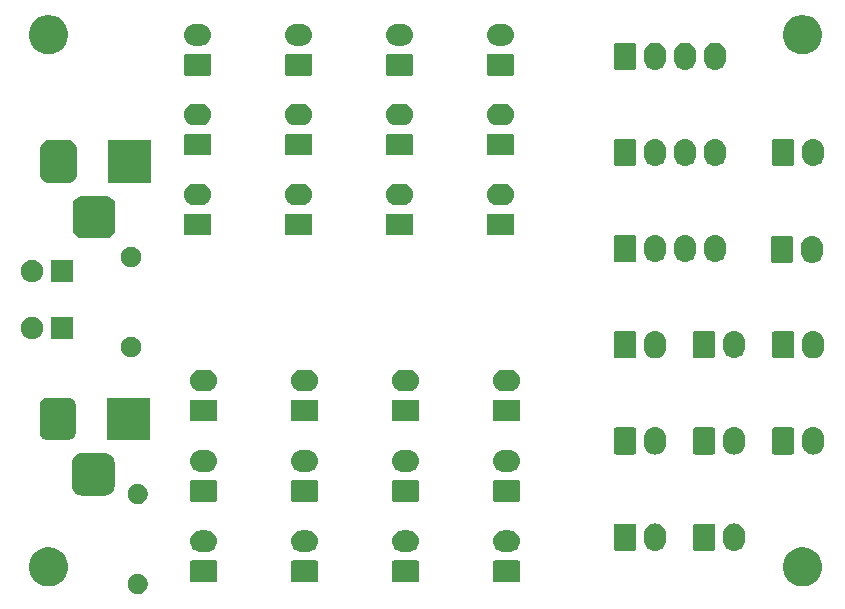
<source format=gbr>
G04 #@! TF.GenerationSoftware,KiCad,Pcbnew,(5.1.5-0-10_14)*
G04 #@! TF.CreationDate,2021-10-24T14:34:02+10:00*
G04 #@! TF.ProjectId,PowerDistribution,506f7765-7244-4697-9374-726962757469,rev?*
G04 #@! TF.SameCoordinates,Original*
G04 #@! TF.FileFunction,Soldermask,Top*
G04 #@! TF.FilePolarity,Negative*
%FSLAX46Y46*%
G04 Gerber Fmt 4.6, Leading zero omitted, Abs format (unit mm)*
G04 Created by KiCad (PCBNEW (5.1.5-0-10_14)) date 2021-10-24 14:34:02*
%MOMM*%
%LPD*%
G04 APERTURE LIST*
%ADD10C,0.100000*%
G04 APERTURE END LIST*
D10*
G36*
X112389228Y-104337703D02*
G01*
X112544100Y-104401853D01*
X112683481Y-104494985D01*
X112802015Y-104613519D01*
X112895147Y-104752900D01*
X112959297Y-104907772D01*
X112992000Y-105072184D01*
X112992000Y-105239816D01*
X112959297Y-105404228D01*
X112895147Y-105559100D01*
X112802015Y-105698481D01*
X112683481Y-105817015D01*
X112544100Y-105910147D01*
X112389228Y-105974297D01*
X112224816Y-106007000D01*
X112057184Y-106007000D01*
X111892772Y-105974297D01*
X111737900Y-105910147D01*
X111598519Y-105817015D01*
X111479985Y-105698481D01*
X111386853Y-105559100D01*
X111322703Y-105404228D01*
X111290000Y-105239816D01*
X111290000Y-105072184D01*
X111322703Y-104907772D01*
X111386853Y-104752900D01*
X111479985Y-104613519D01*
X111598519Y-104494985D01*
X111737900Y-104401853D01*
X111892772Y-104337703D01*
X112057184Y-104305000D01*
X112224816Y-104305000D01*
X112389228Y-104337703D01*
G37*
G36*
X104955256Y-102111298D02*
G01*
X105061579Y-102132447D01*
X105362042Y-102256903D01*
X105632451Y-102437585D01*
X105862415Y-102667549D01*
X106043097Y-102937958D01*
X106167553Y-103238421D01*
X106231000Y-103557391D01*
X106231000Y-103882609D01*
X106167553Y-104201579D01*
X106043097Y-104502042D01*
X105862415Y-104772451D01*
X105632451Y-105002415D01*
X105362042Y-105183097D01*
X105061579Y-105307553D01*
X104955256Y-105328702D01*
X104742611Y-105371000D01*
X104417389Y-105371000D01*
X104204744Y-105328702D01*
X104098421Y-105307553D01*
X103797958Y-105183097D01*
X103527549Y-105002415D01*
X103297585Y-104772451D01*
X103116903Y-104502042D01*
X102992447Y-104201579D01*
X102929000Y-103882609D01*
X102929000Y-103557391D01*
X102992447Y-103238421D01*
X103116903Y-102937958D01*
X103297585Y-102667549D01*
X103527549Y-102437585D01*
X103797958Y-102256903D01*
X104098421Y-102132447D01*
X104204744Y-102111298D01*
X104417389Y-102069000D01*
X104742611Y-102069000D01*
X104955256Y-102111298D01*
G37*
G36*
X168795256Y-102111298D02*
G01*
X168901579Y-102132447D01*
X169202042Y-102256903D01*
X169472451Y-102437585D01*
X169702415Y-102667549D01*
X169883097Y-102937958D01*
X170007553Y-103238421D01*
X170071000Y-103557391D01*
X170071000Y-103882609D01*
X170007553Y-104201579D01*
X169883097Y-104502042D01*
X169702415Y-104772451D01*
X169472451Y-105002415D01*
X169202042Y-105183097D01*
X168901579Y-105307553D01*
X168795256Y-105328702D01*
X168582611Y-105371000D01*
X168257389Y-105371000D01*
X168044744Y-105328702D01*
X167938421Y-105307553D01*
X167637958Y-105183097D01*
X167367549Y-105002415D01*
X167137585Y-104772451D01*
X166956903Y-104502042D01*
X166832447Y-104201579D01*
X166769000Y-103882609D01*
X166769000Y-103557391D01*
X166832447Y-103238421D01*
X166956903Y-102937958D01*
X167137585Y-102667549D01*
X167367549Y-102437585D01*
X167637958Y-102256903D01*
X167938421Y-102132447D01*
X168044744Y-102111298D01*
X168257389Y-102069000D01*
X168582611Y-102069000D01*
X168795256Y-102111298D01*
G37*
G36*
X118732561Y-103173966D02*
G01*
X118765383Y-103183923D01*
X118795632Y-103200092D01*
X118822148Y-103221852D01*
X118843908Y-103248368D01*
X118860077Y-103278617D01*
X118870034Y-103311439D01*
X118874000Y-103351713D01*
X118874000Y-104830287D01*
X118870034Y-104870561D01*
X118860077Y-104903383D01*
X118843908Y-104933632D01*
X118822148Y-104960148D01*
X118795632Y-104981908D01*
X118765383Y-104998077D01*
X118732561Y-105008034D01*
X118692287Y-105012000D01*
X116753713Y-105012000D01*
X116713439Y-105008034D01*
X116680617Y-104998077D01*
X116650368Y-104981908D01*
X116623852Y-104960148D01*
X116602092Y-104933632D01*
X116585923Y-104903383D01*
X116575966Y-104870561D01*
X116572000Y-104830287D01*
X116572000Y-103351713D01*
X116575966Y-103311439D01*
X116585923Y-103278617D01*
X116602092Y-103248368D01*
X116623852Y-103221852D01*
X116650368Y-103200092D01*
X116680617Y-103183923D01*
X116713439Y-103173966D01*
X116753713Y-103170000D01*
X118692287Y-103170000D01*
X118732561Y-103173966D01*
G37*
G36*
X135825561Y-103173966D02*
G01*
X135858383Y-103183923D01*
X135888632Y-103200092D01*
X135915148Y-103221852D01*
X135936908Y-103248368D01*
X135953077Y-103278617D01*
X135963034Y-103311439D01*
X135967000Y-103351713D01*
X135967000Y-104830287D01*
X135963034Y-104870561D01*
X135953077Y-104903383D01*
X135936908Y-104933632D01*
X135915148Y-104960148D01*
X135888632Y-104981908D01*
X135858383Y-104998077D01*
X135825561Y-105008034D01*
X135785287Y-105012000D01*
X133846713Y-105012000D01*
X133806439Y-105008034D01*
X133773617Y-104998077D01*
X133743368Y-104981908D01*
X133716852Y-104960148D01*
X133695092Y-104933632D01*
X133678923Y-104903383D01*
X133668966Y-104870561D01*
X133665000Y-104830287D01*
X133665000Y-103351713D01*
X133668966Y-103311439D01*
X133678923Y-103278617D01*
X133695092Y-103248368D01*
X133716852Y-103221852D01*
X133743368Y-103200092D01*
X133773617Y-103183923D01*
X133806439Y-103173966D01*
X133846713Y-103170000D01*
X135785287Y-103170000D01*
X135825561Y-103173966D01*
G37*
G36*
X144372561Y-103173966D02*
G01*
X144405383Y-103183923D01*
X144435632Y-103200092D01*
X144462148Y-103221852D01*
X144483908Y-103248368D01*
X144500077Y-103278617D01*
X144510034Y-103311439D01*
X144514000Y-103351713D01*
X144514000Y-104830287D01*
X144510034Y-104870561D01*
X144500077Y-104903383D01*
X144483908Y-104933632D01*
X144462148Y-104960148D01*
X144435632Y-104981908D01*
X144405383Y-104998077D01*
X144372561Y-105008034D01*
X144332287Y-105012000D01*
X142393713Y-105012000D01*
X142353439Y-105008034D01*
X142320617Y-104998077D01*
X142290368Y-104981908D01*
X142263852Y-104960148D01*
X142242092Y-104933632D01*
X142225923Y-104903383D01*
X142215966Y-104870561D01*
X142212000Y-104830287D01*
X142212000Y-103351713D01*
X142215966Y-103311439D01*
X142225923Y-103278617D01*
X142242092Y-103248368D01*
X142263852Y-103221852D01*
X142290368Y-103200092D01*
X142320617Y-103183923D01*
X142353439Y-103173966D01*
X142393713Y-103170000D01*
X144332287Y-103170000D01*
X144372561Y-103173966D01*
G37*
G36*
X127279561Y-103173966D02*
G01*
X127312383Y-103183923D01*
X127342632Y-103200092D01*
X127369148Y-103221852D01*
X127390908Y-103248368D01*
X127407077Y-103278617D01*
X127417034Y-103311439D01*
X127421000Y-103351713D01*
X127421000Y-104830287D01*
X127417034Y-104870561D01*
X127407077Y-104903383D01*
X127390908Y-104933632D01*
X127369148Y-104960148D01*
X127342632Y-104981908D01*
X127312383Y-104998077D01*
X127279561Y-105008034D01*
X127239287Y-105012000D01*
X125300713Y-105012000D01*
X125260439Y-105008034D01*
X125227617Y-104998077D01*
X125197368Y-104981908D01*
X125170852Y-104960148D01*
X125149092Y-104933632D01*
X125132923Y-104903383D01*
X125122966Y-104870561D01*
X125119000Y-104830287D01*
X125119000Y-103351713D01*
X125122966Y-103311439D01*
X125132923Y-103278617D01*
X125149092Y-103248368D01*
X125170852Y-103221852D01*
X125197368Y-103200092D01*
X125227617Y-103183923D01*
X125260439Y-103173966D01*
X125300713Y-103170000D01*
X127239287Y-103170000D01*
X127279561Y-103173966D01*
G37*
G36*
X143683345Y-100634442D02*
G01*
X143773548Y-100643326D01*
X143947157Y-100695990D01*
X144107156Y-100781511D01*
X144150729Y-100817271D01*
X144247397Y-100896603D01*
X144326729Y-100993271D01*
X144362489Y-101036844D01*
X144448010Y-101196843D01*
X144500674Y-101370452D01*
X144518456Y-101551000D01*
X144500674Y-101731548D01*
X144448010Y-101905157D01*
X144362489Y-102065156D01*
X144326729Y-102108729D01*
X144247397Y-102205397D01*
X144164430Y-102273485D01*
X144107156Y-102320489D01*
X143947157Y-102406010D01*
X143773548Y-102458674D01*
X143683345Y-102467558D01*
X143638245Y-102472000D01*
X143087755Y-102472000D01*
X143042655Y-102467558D01*
X142952452Y-102458674D01*
X142778843Y-102406010D01*
X142618844Y-102320489D01*
X142561570Y-102273485D01*
X142478603Y-102205397D01*
X142399271Y-102108729D01*
X142363511Y-102065156D01*
X142277990Y-101905157D01*
X142225326Y-101731548D01*
X142207544Y-101551000D01*
X142225326Y-101370452D01*
X142277990Y-101196843D01*
X142363511Y-101036844D01*
X142399271Y-100993271D01*
X142478603Y-100896603D01*
X142575271Y-100817271D01*
X142618844Y-100781511D01*
X142778843Y-100695990D01*
X142952452Y-100643326D01*
X143042655Y-100634442D01*
X143087755Y-100630000D01*
X143638245Y-100630000D01*
X143683345Y-100634442D01*
G37*
G36*
X118043345Y-100634442D02*
G01*
X118133548Y-100643326D01*
X118307157Y-100695990D01*
X118467156Y-100781511D01*
X118510729Y-100817271D01*
X118607397Y-100896603D01*
X118686729Y-100993271D01*
X118722489Y-101036844D01*
X118808010Y-101196843D01*
X118860674Y-101370452D01*
X118878456Y-101551000D01*
X118860674Y-101731548D01*
X118808010Y-101905157D01*
X118722489Y-102065156D01*
X118686729Y-102108729D01*
X118607397Y-102205397D01*
X118524430Y-102273485D01*
X118467156Y-102320489D01*
X118307157Y-102406010D01*
X118133548Y-102458674D01*
X118043345Y-102467558D01*
X117998245Y-102472000D01*
X117447755Y-102472000D01*
X117402655Y-102467558D01*
X117312452Y-102458674D01*
X117138843Y-102406010D01*
X116978844Y-102320489D01*
X116921570Y-102273485D01*
X116838603Y-102205397D01*
X116759271Y-102108729D01*
X116723511Y-102065156D01*
X116637990Y-101905157D01*
X116585326Y-101731548D01*
X116567544Y-101551000D01*
X116585326Y-101370452D01*
X116637990Y-101196843D01*
X116723511Y-101036844D01*
X116759271Y-100993271D01*
X116838603Y-100896603D01*
X116935271Y-100817271D01*
X116978844Y-100781511D01*
X117138843Y-100695990D01*
X117312452Y-100643326D01*
X117402655Y-100634442D01*
X117447755Y-100630000D01*
X117998245Y-100630000D01*
X118043345Y-100634442D01*
G37*
G36*
X126590345Y-100634442D02*
G01*
X126680548Y-100643326D01*
X126854157Y-100695990D01*
X127014156Y-100781511D01*
X127057729Y-100817271D01*
X127154397Y-100896603D01*
X127233729Y-100993271D01*
X127269489Y-101036844D01*
X127355010Y-101196843D01*
X127407674Y-101370452D01*
X127425456Y-101551000D01*
X127407674Y-101731548D01*
X127355010Y-101905157D01*
X127269489Y-102065156D01*
X127233729Y-102108729D01*
X127154397Y-102205397D01*
X127071430Y-102273485D01*
X127014156Y-102320489D01*
X126854157Y-102406010D01*
X126680548Y-102458674D01*
X126590345Y-102467558D01*
X126545245Y-102472000D01*
X125994755Y-102472000D01*
X125949655Y-102467558D01*
X125859452Y-102458674D01*
X125685843Y-102406010D01*
X125525844Y-102320489D01*
X125468570Y-102273485D01*
X125385603Y-102205397D01*
X125306271Y-102108729D01*
X125270511Y-102065156D01*
X125184990Y-101905157D01*
X125132326Y-101731548D01*
X125114544Y-101551000D01*
X125132326Y-101370452D01*
X125184990Y-101196843D01*
X125270511Y-101036844D01*
X125306271Y-100993271D01*
X125385603Y-100896603D01*
X125482271Y-100817271D01*
X125525844Y-100781511D01*
X125685843Y-100695990D01*
X125859452Y-100643326D01*
X125949655Y-100634442D01*
X125994755Y-100630000D01*
X126545245Y-100630000D01*
X126590345Y-100634442D01*
G37*
G36*
X135136345Y-100634442D02*
G01*
X135226548Y-100643326D01*
X135400157Y-100695990D01*
X135560156Y-100781511D01*
X135603729Y-100817271D01*
X135700397Y-100896603D01*
X135779729Y-100993271D01*
X135815489Y-101036844D01*
X135901010Y-101196843D01*
X135953674Y-101370452D01*
X135971456Y-101551000D01*
X135953674Y-101731548D01*
X135901010Y-101905157D01*
X135815489Y-102065156D01*
X135779729Y-102108729D01*
X135700397Y-102205397D01*
X135617430Y-102273485D01*
X135560156Y-102320489D01*
X135400157Y-102406010D01*
X135226548Y-102458674D01*
X135136345Y-102467558D01*
X135091245Y-102472000D01*
X134540755Y-102472000D01*
X134495655Y-102467558D01*
X134405452Y-102458674D01*
X134231843Y-102406010D01*
X134071844Y-102320489D01*
X134014570Y-102273485D01*
X133931603Y-102205397D01*
X133852271Y-102108729D01*
X133816511Y-102065156D01*
X133730990Y-101905157D01*
X133678326Y-101731548D01*
X133660544Y-101551000D01*
X133678326Y-101370452D01*
X133730990Y-101196843D01*
X133816511Y-101036844D01*
X133852271Y-100993271D01*
X133931603Y-100896603D01*
X134028271Y-100817271D01*
X134071844Y-100781511D01*
X134231843Y-100695990D01*
X134405452Y-100643326D01*
X134495655Y-100634442D01*
X134540755Y-100630000D01*
X135091245Y-100630000D01*
X135136345Y-100634442D01*
G37*
G36*
X162814547Y-100062326D02*
G01*
X162988156Y-100114990D01*
X162988158Y-100114991D01*
X163148155Y-100200511D01*
X163288397Y-100315603D01*
X163367729Y-100412271D01*
X163403489Y-100455844D01*
X163489010Y-100615843D01*
X163541674Y-100789452D01*
X163555000Y-100924756D01*
X163555000Y-101475243D01*
X163541674Y-101610548D01*
X163489010Y-101784157D01*
X163403489Y-101944156D01*
X163367729Y-101987729D01*
X163288397Y-102084397D01*
X163191729Y-102163729D01*
X163148156Y-102199489D01*
X162988157Y-102285010D01*
X162814548Y-102337674D01*
X162634000Y-102355456D01*
X162453453Y-102337674D01*
X162279844Y-102285010D01*
X162119845Y-102199489D01*
X162076272Y-102163729D01*
X161979604Y-102084397D01*
X161864513Y-101944157D01*
X161864512Y-101944155D01*
X161778990Y-101784157D01*
X161726326Y-101610548D01*
X161713000Y-101475244D01*
X161713000Y-100924757D01*
X161726326Y-100789453D01*
X161778990Y-100615844D01*
X161864511Y-100455845D01*
X161864512Y-100455844D01*
X161979603Y-100315603D01*
X162105388Y-100212375D01*
X162119844Y-100200511D01*
X162279843Y-100114990D01*
X162453452Y-100062326D01*
X162634000Y-100044544D01*
X162814547Y-100062326D01*
G37*
G36*
X156120547Y-100062326D02*
G01*
X156294156Y-100114990D01*
X156294158Y-100114991D01*
X156454155Y-100200511D01*
X156594397Y-100315603D01*
X156673729Y-100412271D01*
X156709489Y-100455844D01*
X156795010Y-100615843D01*
X156847674Y-100789452D01*
X156861000Y-100924756D01*
X156861000Y-101475243D01*
X156847674Y-101610548D01*
X156795010Y-101784157D01*
X156709489Y-101944156D01*
X156673729Y-101987729D01*
X156594397Y-102084397D01*
X156497729Y-102163729D01*
X156454156Y-102199489D01*
X156294157Y-102285010D01*
X156120548Y-102337674D01*
X155940000Y-102355456D01*
X155759453Y-102337674D01*
X155585844Y-102285010D01*
X155425845Y-102199489D01*
X155382272Y-102163729D01*
X155285604Y-102084397D01*
X155170513Y-101944157D01*
X155170512Y-101944155D01*
X155084990Y-101784157D01*
X155032326Y-101610548D01*
X155019000Y-101475244D01*
X155019000Y-100924757D01*
X155032326Y-100789453D01*
X155084990Y-100615844D01*
X155170511Y-100455845D01*
X155170512Y-100455844D01*
X155285603Y-100315603D01*
X155411388Y-100212375D01*
X155425844Y-100200511D01*
X155585843Y-100114990D01*
X155759452Y-100062326D01*
X155940000Y-100044544D01*
X156120547Y-100062326D01*
G37*
G36*
X160873561Y-100052966D02*
G01*
X160906383Y-100062923D01*
X160936632Y-100079092D01*
X160963148Y-100100852D01*
X160984908Y-100127368D01*
X161001077Y-100157617D01*
X161011034Y-100190439D01*
X161015000Y-100230713D01*
X161015000Y-102169287D01*
X161011034Y-102209561D01*
X161001077Y-102242383D01*
X160984908Y-102272632D01*
X160963148Y-102299148D01*
X160936632Y-102320908D01*
X160906383Y-102337077D01*
X160873561Y-102347034D01*
X160833287Y-102351000D01*
X159354713Y-102351000D01*
X159314439Y-102347034D01*
X159281617Y-102337077D01*
X159251368Y-102320908D01*
X159224852Y-102299148D01*
X159203092Y-102272632D01*
X159186923Y-102242383D01*
X159176966Y-102209561D01*
X159173000Y-102169287D01*
X159173000Y-100230713D01*
X159176966Y-100190439D01*
X159186923Y-100157617D01*
X159203092Y-100127368D01*
X159224852Y-100100852D01*
X159251368Y-100079092D01*
X159281617Y-100062923D01*
X159314439Y-100052966D01*
X159354713Y-100049000D01*
X160833287Y-100049000D01*
X160873561Y-100052966D01*
G37*
G36*
X154179561Y-100052966D02*
G01*
X154212383Y-100062923D01*
X154242632Y-100079092D01*
X154269148Y-100100852D01*
X154290908Y-100127368D01*
X154307077Y-100157617D01*
X154317034Y-100190439D01*
X154321000Y-100230713D01*
X154321000Y-102169287D01*
X154317034Y-102209561D01*
X154307077Y-102242383D01*
X154290908Y-102272632D01*
X154269148Y-102299148D01*
X154242632Y-102320908D01*
X154212383Y-102337077D01*
X154179561Y-102347034D01*
X154139287Y-102351000D01*
X152660713Y-102351000D01*
X152620439Y-102347034D01*
X152587617Y-102337077D01*
X152557368Y-102320908D01*
X152530852Y-102299148D01*
X152509092Y-102272632D01*
X152492923Y-102242383D01*
X152482966Y-102209561D01*
X152479000Y-102169287D01*
X152479000Y-100230713D01*
X152482966Y-100190439D01*
X152492923Y-100157617D01*
X152509092Y-100127368D01*
X152530852Y-100100852D01*
X152557368Y-100079092D01*
X152587617Y-100062923D01*
X152620439Y-100052966D01*
X152660713Y-100049000D01*
X154139287Y-100049000D01*
X154179561Y-100052966D01*
G37*
G36*
X112389228Y-96717703D02*
G01*
X112544100Y-96781853D01*
X112683481Y-96874985D01*
X112802015Y-96993519D01*
X112895147Y-97132900D01*
X112959297Y-97287772D01*
X112992000Y-97452184D01*
X112992000Y-97619816D01*
X112959297Y-97784228D01*
X112895147Y-97939100D01*
X112802015Y-98078481D01*
X112683481Y-98197015D01*
X112544100Y-98290147D01*
X112389228Y-98354297D01*
X112224816Y-98387000D01*
X112057184Y-98387000D01*
X111892772Y-98354297D01*
X111737900Y-98290147D01*
X111598519Y-98197015D01*
X111479985Y-98078481D01*
X111386853Y-97939100D01*
X111322703Y-97784228D01*
X111290000Y-97619816D01*
X111290000Y-97452184D01*
X111322703Y-97287772D01*
X111386853Y-97132900D01*
X111479985Y-96993519D01*
X111598519Y-96874985D01*
X111737900Y-96781853D01*
X111892772Y-96717703D01*
X112057184Y-96685000D01*
X112224816Y-96685000D01*
X112389228Y-96717703D01*
G37*
G36*
X144372561Y-96363966D02*
G01*
X144405383Y-96373923D01*
X144435632Y-96390092D01*
X144462148Y-96411852D01*
X144483908Y-96438368D01*
X144500077Y-96468617D01*
X144510034Y-96501439D01*
X144514000Y-96541713D01*
X144514000Y-98020287D01*
X144510034Y-98060561D01*
X144500077Y-98093383D01*
X144483908Y-98123632D01*
X144462148Y-98150148D01*
X144435632Y-98171908D01*
X144405383Y-98188077D01*
X144372561Y-98198034D01*
X144332287Y-98202000D01*
X142393713Y-98202000D01*
X142353439Y-98198034D01*
X142320617Y-98188077D01*
X142290368Y-98171908D01*
X142263852Y-98150148D01*
X142242092Y-98123632D01*
X142225923Y-98093383D01*
X142215966Y-98060561D01*
X142212000Y-98020287D01*
X142212000Y-96541713D01*
X142215966Y-96501439D01*
X142225923Y-96468617D01*
X142242092Y-96438368D01*
X142263852Y-96411852D01*
X142290368Y-96390092D01*
X142320617Y-96373923D01*
X142353439Y-96363966D01*
X142393713Y-96360000D01*
X144332287Y-96360000D01*
X144372561Y-96363966D01*
G37*
G36*
X135825561Y-96363966D02*
G01*
X135858383Y-96373923D01*
X135888632Y-96390092D01*
X135915148Y-96411852D01*
X135936908Y-96438368D01*
X135953077Y-96468617D01*
X135963034Y-96501439D01*
X135967000Y-96541713D01*
X135967000Y-98020287D01*
X135963034Y-98060561D01*
X135953077Y-98093383D01*
X135936908Y-98123632D01*
X135915148Y-98150148D01*
X135888632Y-98171908D01*
X135858383Y-98188077D01*
X135825561Y-98198034D01*
X135785287Y-98202000D01*
X133846713Y-98202000D01*
X133806439Y-98198034D01*
X133773617Y-98188077D01*
X133743368Y-98171908D01*
X133716852Y-98150148D01*
X133695092Y-98123632D01*
X133678923Y-98093383D01*
X133668966Y-98060561D01*
X133665000Y-98020287D01*
X133665000Y-96541713D01*
X133668966Y-96501439D01*
X133678923Y-96468617D01*
X133695092Y-96438368D01*
X133716852Y-96411852D01*
X133743368Y-96390092D01*
X133773617Y-96373923D01*
X133806439Y-96363966D01*
X133846713Y-96360000D01*
X135785287Y-96360000D01*
X135825561Y-96363966D01*
G37*
G36*
X127279561Y-96363966D02*
G01*
X127312383Y-96373923D01*
X127342632Y-96390092D01*
X127369148Y-96411852D01*
X127390908Y-96438368D01*
X127407077Y-96468617D01*
X127417034Y-96501439D01*
X127421000Y-96541713D01*
X127421000Y-98020287D01*
X127417034Y-98060561D01*
X127407077Y-98093383D01*
X127390908Y-98123632D01*
X127369148Y-98150148D01*
X127342632Y-98171908D01*
X127312383Y-98188077D01*
X127279561Y-98198034D01*
X127239287Y-98202000D01*
X125300713Y-98202000D01*
X125260439Y-98198034D01*
X125227617Y-98188077D01*
X125197368Y-98171908D01*
X125170852Y-98150148D01*
X125149092Y-98123632D01*
X125132923Y-98093383D01*
X125122966Y-98060561D01*
X125119000Y-98020287D01*
X125119000Y-96541713D01*
X125122966Y-96501439D01*
X125132923Y-96468617D01*
X125149092Y-96438368D01*
X125170852Y-96411852D01*
X125197368Y-96390092D01*
X125227617Y-96373923D01*
X125260439Y-96363966D01*
X125300713Y-96360000D01*
X127239287Y-96360000D01*
X127279561Y-96363966D01*
G37*
G36*
X118732561Y-96363966D02*
G01*
X118765383Y-96373923D01*
X118795632Y-96390092D01*
X118822148Y-96411852D01*
X118843908Y-96438368D01*
X118860077Y-96468617D01*
X118870034Y-96501439D01*
X118874000Y-96541713D01*
X118874000Y-98020287D01*
X118870034Y-98060561D01*
X118860077Y-98093383D01*
X118843908Y-98123632D01*
X118822148Y-98150148D01*
X118795632Y-98171908D01*
X118765383Y-98188077D01*
X118732561Y-98198034D01*
X118692287Y-98202000D01*
X116753713Y-98202000D01*
X116713439Y-98198034D01*
X116680617Y-98188077D01*
X116650368Y-98171908D01*
X116623852Y-98150148D01*
X116602092Y-98123632D01*
X116585923Y-98093383D01*
X116575966Y-98060561D01*
X116572000Y-98020287D01*
X116572000Y-96541713D01*
X116575966Y-96501439D01*
X116585923Y-96468617D01*
X116602092Y-96438368D01*
X116623852Y-96411852D01*
X116650368Y-96390092D01*
X116680617Y-96373923D01*
X116713439Y-96363966D01*
X116753713Y-96360000D01*
X118692287Y-96360000D01*
X118732561Y-96363966D01*
G37*
G36*
X109505366Y-94101695D02*
G01*
X109662460Y-94149349D01*
X109807231Y-94226731D01*
X109934128Y-94330872D01*
X110038269Y-94457769D01*
X110115651Y-94602540D01*
X110163305Y-94759634D01*
X110180000Y-94929140D01*
X110180000Y-96842860D01*
X110163305Y-97012366D01*
X110115651Y-97169460D01*
X110038269Y-97314231D01*
X109934128Y-97441128D01*
X109807231Y-97545269D01*
X109662460Y-97622651D01*
X109505366Y-97670305D01*
X109335860Y-97687000D01*
X107422140Y-97687000D01*
X107252634Y-97670305D01*
X107095540Y-97622651D01*
X106950769Y-97545269D01*
X106823872Y-97441128D01*
X106719731Y-97314231D01*
X106642349Y-97169460D01*
X106594695Y-97012366D01*
X106578000Y-96842860D01*
X106578000Y-94929140D01*
X106594695Y-94759634D01*
X106642349Y-94602540D01*
X106719731Y-94457769D01*
X106823872Y-94330872D01*
X106950769Y-94226731D01*
X107095540Y-94149349D01*
X107252634Y-94101695D01*
X107422140Y-94085000D01*
X109335860Y-94085000D01*
X109505366Y-94101695D01*
G37*
G36*
X143683345Y-93824442D02*
G01*
X143773548Y-93833326D01*
X143947157Y-93885990D01*
X144107156Y-93971511D01*
X144150729Y-94007271D01*
X144247397Y-94086603D01*
X144309599Y-94162398D01*
X144362489Y-94226844D01*
X144448010Y-94386843D01*
X144500674Y-94560452D01*
X144518456Y-94741000D01*
X144500674Y-94921548D01*
X144448010Y-95095157D01*
X144362489Y-95255156D01*
X144326729Y-95298729D01*
X144247397Y-95395397D01*
X144150729Y-95474729D01*
X144107156Y-95510489D01*
X143947157Y-95596010D01*
X143773548Y-95648674D01*
X143683345Y-95657558D01*
X143638245Y-95662000D01*
X143087755Y-95662000D01*
X143042655Y-95657558D01*
X142952452Y-95648674D01*
X142778843Y-95596010D01*
X142618844Y-95510489D01*
X142575271Y-95474729D01*
X142478603Y-95395397D01*
X142399271Y-95298729D01*
X142363511Y-95255156D01*
X142277990Y-95095157D01*
X142225326Y-94921548D01*
X142207544Y-94741000D01*
X142225326Y-94560452D01*
X142277990Y-94386843D01*
X142363511Y-94226844D01*
X142416401Y-94162398D01*
X142478603Y-94086603D01*
X142575271Y-94007271D01*
X142618844Y-93971511D01*
X142778843Y-93885990D01*
X142952452Y-93833326D01*
X143042655Y-93824442D01*
X143087755Y-93820000D01*
X143638245Y-93820000D01*
X143683345Y-93824442D01*
G37*
G36*
X135136345Y-93824442D02*
G01*
X135226548Y-93833326D01*
X135400157Y-93885990D01*
X135560156Y-93971511D01*
X135603729Y-94007271D01*
X135700397Y-94086603D01*
X135762599Y-94162398D01*
X135815489Y-94226844D01*
X135901010Y-94386843D01*
X135953674Y-94560452D01*
X135971456Y-94741000D01*
X135953674Y-94921548D01*
X135901010Y-95095157D01*
X135815489Y-95255156D01*
X135779729Y-95298729D01*
X135700397Y-95395397D01*
X135603729Y-95474729D01*
X135560156Y-95510489D01*
X135400157Y-95596010D01*
X135226548Y-95648674D01*
X135136345Y-95657558D01*
X135091245Y-95662000D01*
X134540755Y-95662000D01*
X134495655Y-95657558D01*
X134405452Y-95648674D01*
X134231843Y-95596010D01*
X134071844Y-95510489D01*
X134028271Y-95474729D01*
X133931603Y-95395397D01*
X133852271Y-95298729D01*
X133816511Y-95255156D01*
X133730990Y-95095157D01*
X133678326Y-94921548D01*
X133660544Y-94741000D01*
X133678326Y-94560452D01*
X133730990Y-94386843D01*
X133816511Y-94226844D01*
X133869401Y-94162398D01*
X133931603Y-94086603D01*
X134028271Y-94007271D01*
X134071844Y-93971511D01*
X134231843Y-93885990D01*
X134405452Y-93833326D01*
X134495655Y-93824442D01*
X134540755Y-93820000D01*
X135091245Y-93820000D01*
X135136345Y-93824442D01*
G37*
G36*
X118043345Y-93824442D02*
G01*
X118133548Y-93833326D01*
X118307157Y-93885990D01*
X118467156Y-93971511D01*
X118510729Y-94007271D01*
X118607397Y-94086603D01*
X118669599Y-94162398D01*
X118722489Y-94226844D01*
X118808010Y-94386843D01*
X118860674Y-94560452D01*
X118878456Y-94741000D01*
X118860674Y-94921548D01*
X118808010Y-95095157D01*
X118722489Y-95255156D01*
X118686729Y-95298729D01*
X118607397Y-95395397D01*
X118510729Y-95474729D01*
X118467156Y-95510489D01*
X118307157Y-95596010D01*
X118133548Y-95648674D01*
X118043345Y-95657558D01*
X117998245Y-95662000D01*
X117447755Y-95662000D01*
X117402655Y-95657558D01*
X117312452Y-95648674D01*
X117138843Y-95596010D01*
X116978844Y-95510489D01*
X116935271Y-95474729D01*
X116838603Y-95395397D01*
X116759271Y-95298729D01*
X116723511Y-95255156D01*
X116637990Y-95095157D01*
X116585326Y-94921548D01*
X116567544Y-94741000D01*
X116585326Y-94560452D01*
X116637990Y-94386843D01*
X116723511Y-94226844D01*
X116776401Y-94162398D01*
X116838603Y-94086603D01*
X116935271Y-94007271D01*
X116978844Y-93971511D01*
X117138843Y-93885990D01*
X117312452Y-93833326D01*
X117402655Y-93824442D01*
X117447755Y-93820000D01*
X117998245Y-93820000D01*
X118043345Y-93824442D01*
G37*
G36*
X126590345Y-93824442D02*
G01*
X126680548Y-93833326D01*
X126854157Y-93885990D01*
X127014156Y-93971511D01*
X127057729Y-94007271D01*
X127154397Y-94086603D01*
X127216599Y-94162398D01*
X127269489Y-94226844D01*
X127355010Y-94386843D01*
X127407674Y-94560452D01*
X127425456Y-94741000D01*
X127407674Y-94921548D01*
X127355010Y-95095157D01*
X127269489Y-95255156D01*
X127233729Y-95298729D01*
X127154397Y-95395397D01*
X127057729Y-95474729D01*
X127014156Y-95510489D01*
X126854157Y-95596010D01*
X126680548Y-95648674D01*
X126590345Y-95657558D01*
X126545245Y-95662000D01*
X125994755Y-95662000D01*
X125949655Y-95657558D01*
X125859452Y-95648674D01*
X125685843Y-95596010D01*
X125525844Y-95510489D01*
X125482271Y-95474729D01*
X125385603Y-95395397D01*
X125306271Y-95298729D01*
X125270511Y-95255156D01*
X125184990Y-95095157D01*
X125132326Y-94921548D01*
X125114544Y-94741000D01*
X125132326Y-94560452D01*
X125184990Y-94386843D01*
X125270511Y-94226844D01*
X125323401Y-94162398D01*
X125385603Y-94086603D01*
X125482271Y-94007271D01*
X125525844Y-93971511D01*
X125685843Y-93885990D01*
X125859452Y-93833326D01*
X125949655Y-93824442D01*
X125994755Y-93820000D01*
X126545245Y-93820000D01*
X126590345Y-93824442D01*
G37*
G36*
X169508547Y-91918326D02*
G01*
X169682156Y-91970990D01*
X169682158Y-91970991D01*
X169842155Y-92056511D01*
X169982397Y-92171603D01*
X170061392Y-92267860D01*
X170097489Y-92311844D01*
X170183010Y-92471843D01*
X170235674Y-92645452D01*
X170249000Y-92780756D01*
X170249000Y-93331243D01*
X170235674Y-93466548D01*
X170183010Y-93640157D01*
X170097489Y-93800156D01*
X170081203Y-93820000D01*
X169982397Y-93940397D01*
X169885729Y-94019729D01*
X169842156Y-94055489D01*
X169682157Y-94141010D01*
X169508548Y-94193674D01*
X169328000Y-94211456D01*
X169147453Y-94193674D01*
X168973844Y-94141010D01*
X168813845Y-94055489D01*
X168770272Y-94019729D01*
X168673604Y-93940397D01*
X168558513Y-93800157D01*
X168558512Y-93800155D01*
X168472990Y-93640157D01*
X168420326Y-93466548D01*
X168407000Y-93331244D01*
X168407000Y-92780757D01*
X168420326Y-92645453D01*
X168472990Y-92471844D01*
X168558511Y-92311845D01*
X168558512Y-92311844D01*
X168673603Y-92171603D01*
X168799388Y-92068375D01*
X168813844Y-92056511D01*
X168973843Y-91970990D01*
X169147452Y-91918326D01*
X169328000Y-91900544D01*
X169508547Y-91918326D01*
G37*
G36*
X156120547Y-91918326D02*
G01*
X156294156Y-91970990D01*
X156294158Y-91970991D01*
X156454155Y-92056511D01*
X156594397Y-92171603D01*
X156673392Y-92267860D01*
X156709489Y-92311844D01*
X156795010Y-92471843D01*
X156847674Y-92645452D01*
X156861000Y-92780756D01*
X156861000Y-93331243D01*
X156847674Y-93466548D01*
X156795010Y-93640157D01*
X156709489Y-93800156D01*
X156693203Y-93820000D01*
X156594397Y-93940397D01*
X156497729Y-94019729D01*
X156454156Y-94055489D01*
X156294157Y-94141010D01*
X156120548Y-94193674D01*
X155940000Y-94211456D01*
X155759453Y-94193674D01*
X155585844Y-94141010D01*
X155425845Y-94055489D01*
X155382272Y-94019729D01*
X155285604Y-93940397D01*
X155170513Y-93800157D01*
X155170512Y-93800155D01*
X155084990Y-93640157D01*
X155032326Y-93466548D01*
X155019000Y-93331244D01*
X155019000Y-92780757D01*
X155032326Y-92645453D01*
X155084990Y-92471844D01*
X155170511Y-92311845D01*
X155170512Y-92311844D01*
X155285603Y-92171603D01*
X155411388Y-92068375D01*
X155425844Y-92056511D01*
X155585843Y-91970990D01*
X155759452Y-91918326D01*
X155940000Y-91900544D01*
X156120547Y-91918326D01*
G37*
G36*
X162814547Y-91918326D02*
G01*
X162988156Y-91970990D01*
X162988158Y-91970991D01*
X163148155Y-92056511D01*
X163288397Y-92171603D01*
X163367392Y-92267860D01*
X163403489Y-92311844D01*
X163489010Y-92471843D01*
X163541674Y-92645452D01*
X163555000Y-92780756D01*
X163555000Y-93331243D01*
X163541674Y-93466548D01*
X163489010Y-93640157D01*
X163403489Y-93800156D01*
X163387203Y-93820000D01*
X163288397Y-93940397D01*
X163191729Y-94019729D01*
X163148156Y-94055489D01*
X162988157Y-94141010D01*
X162814548Y-94193674D01*
X162634000Y-94211456D01*
X162453453Y-94193674D01*
X162279844Y-94141010D01*
X162119845Y-94055489D01*
X162076272Y-94019729D01*
X161979604Y-93940397D01*
X161864513Y-93800157D01*
X161864512Y-93800155D01*
X161778990Y-93640157D01*
X161726326Y-93466548D01*
X161713000Y-93331244D01*
X161713000Y-92780757D01*
X161726326Y-92645453D01*
X161778990Y-92471844D01*
X161864511Y-92311845D01*
X161864512Y-92311844D01*
X161979603Y-92171603D01*
X162105388Y-92068375D01*
X162119844Y-92056511D01*
X162279843Y-91970990D01*
X162453452Y-91918326D01*
X162634000Y-91900544D01*
X162814547Y-91918326D01*
G37*
G36*
X167567561Y-91908966D02*
G01*
X167600383Y-91918923D01*
X167630632Y-91935092D01*
X167657148Y-91956852D01*
X167678908Y-91983368D01*
X167695077Y-92013617D01*
X167705034Y-92046439D01*
X167709000Y-92086713D01*
X167709000Y-94025287D01*
X167705034Y-94065561D01*
X167695077Y-94098383D01*
X167678908Y-94128632D01*
X167657148Y-94155148D01*
X167630632Y-94176908D01*
X167600383Y-94193077D01*
X167567561Y-94203034D01*
X167527287Y-94207000D01*
X166048713Y-94207000D01*
X166008439Y-94203034D01*
X165975617Y-94193077D01*
X165945368Y-94176908D01*
X165918852Y-94155148D01*
X165897092Y-94128632D01*
X165880923Y-94098383D01*
X165870966Y-94065561D01*
X165867000Y-94025287D01*
X165867000Y-92086713D01*
X165870966Y-92046439D01*
X165880923Y-92013617D01*
X165897092Y-91983368D01*
X165918852Y-91956852D01*
X165945368Y-91935092D01*
X165975617Y-91918923D01*
X166008439Y-91908966D01*
X166048713Y-91905000D01*
X167527287Y-91905000D01*
X167567561Y-91908966D01*
G37*
G36*
X154179561Y-91908966D02*
G01*
X154212383Y-91918923D01*
X154242632Y-91935092D01*
X154269148Y-91956852D01*
X154290908Y-91983368D01*
X154307077Y-92013617D01*
X154317034Y-92046439D01*
X154321000Y-92086713D01*
X154321000Y-94025287D01*
X154317034Y-94065561D01*
X154307077Y-94098383D01*
X154290908Y-94128632D01*
X154269148Y-94155148D01*
X154242632Y-94176908D01*
X154212383Y-94193077D01*
X154179561Y-94203034D01*
X154139287Y-94207000D01*
X152660713Y-94207000D01*
X152620439Y-94203034D01*
X152587617Y-94193077D01*
X152557368Y-94176908D01*
X152530852Y-94155148D01*
X152509092Y-94128632D01*
X152492923Y-94098383D01*
X152482966Y-94065561D01*
X152479000Y-94025287D01*
X152479000Y-92086713D01*
X152482966Y-92046439D01*
X152492923Y-92013617D01*
X152509092Y-91983368D01*
X152530852Y-91956852D01*
X152557368Y-91935092D01*
X152587617Y-91918923D01*
X152620439Y-91908966D01*
X152660713Y-91905000D01*
X154139287Y-91905000D01*
X154179561Y-91908966D01*
G37*
G36*
X160873561Y-91908966D02*
G01*
X160906383Y-91918923D01*
X160936632Y-91935092D01*
X160963148Y-91956852D01*
X160984908Y-91983368D01*
X161001077Y-92013617D01*
X161011034Y-92046439D01*
X161015000Y-92086713D01*
X161015000Y-94025287D01*
X161011034Y-94065561D01*
X161001077Y-94098383D01*
X160984908Y-94128632D01*
X160963148Y-94155148D01*
X160936632Y-94176908D01*
X160906383Y-94193077D01*
X160873561Y-94203034D01*
X160833287Y-94207000D01*
X159354713Y-94207000D01*
X159314439Y-94203034D01*
X159281617Y-94193077D01*
X159251368Y-94176908D01*
X159224852Y-94155148D01*
X159203092Y-94128632D01*
X159186923Y-94098383D01*
X159176966Y-94065561D01*
X159173000Y-94025287D01*
X159173000Y-92086713D01*
X159176966Y-92046439D01*
X159186923Y-92013617D01*
X159203092Y-91983368D01*
X159224852Y-91956852D01*
X159251368Y-91935092D01*
X159281617Y-91918923D01*
X159314439Y-91908966D01*
X159354713Y-91905000D01*
X160833287Y-91905000D01*
X160873561Y-91908966D01*
G37*
G36*
X106355979Y-89399293D02*
G01*
X106489625Y-89439834D01*
X106612784Y-89505664D01*
X106720740Y-89594260D01*
X106809336Y-89702216D01*
X106875166Y-89825375D01*
X106915707Y-89959021D01*
X106930000Y-90104140D01*
X106930000Y-92267860D01*
X106915707Y-92412979D01*
X106875166Y-92546625D01*
X106809336Y-92669784D01*
X106720740Y-92777740D01*
X106612784Y-92866336D01*
X106489625Y-92932166D01*
X106355979Y-92972707D01*
X106210860Y-92987000D01*
X104547140Y-92987000D01*
X104402021Y-92972707D01*
X104268375Y-92932166D01*
X104145216Y-92866336D01*
X104037260Y-92777740D01*
X103948664Y-92669784D01*
X103882834Y-92546625D01*
X103842293Y-92412979D01*
X103828000Y-92267860D01*
X103828000Y-90104140D01*
X103842293Y-89959021D01*
X103882834Y-89825375D01*
X103948664Y-89702216D01*
X104037260Y-89594260D01*
X104145216Y-89505664D01*
X104268375Y-89439834D01*
X104402021Y-89399293D01*
X104547140Y-89385000D01*
X106210860Y-89385000D01*
X106355979Y-89399293D01*
G37*
G36*
X113180000Y-92987000D02*
G01*
X109578000Y-92987000D01*
X109578000Y-89385000D01*
X113180000Y-89385000D01*
X113180000Y-92987000D01*
G37*
G36*
X127279561Y-89553966D02*
G01*
X127312383Y-89563923D01*
X127342632Y-89580092D01*
X127369148Y-89601852D01*
X127390908Y-89628368D01*
X127407077Y-89658617D01*
X127417034Y-89691439D01*
X127421000Y-89731713D01*
X127421000Y-91210287D01*
X127417034Y-91250561D01*
X127407077Y-91283383D01*
X127390908Y-91313632D01*
X127369148Y-91340148D01*
X127342632Y-91361908D01*
X127312383Y-91378077D01*
X127279561Y-91388034D01*
X127239287Y-91392000D01*
X125300713Y-91392000D01*
X125260439Y-91388034D01*
X125227617Y-91378077D01*
X125197368Y-91361908D01*
X125170852Y-91340148D01*
X125149092Y-91313632D01*
X125132923Y-91283383D01*
X125122966Y-91250561D01*
X125119000Y-91210287D01*
X125119000Y-89731713D01*
X125122966Y-89691439D01*
X125132923Y-89658617D01*
X125149092Y-89628368D01*
X125170852Y-89601852D01*
X125197368Y-89580092D01*
X125227617Y-89563923D01*
X125260439Y-89553966D01*
X125300713Y-89550000D01*
X127239287Y-89550000D01*
X127279561Y-89553966D01*
G37*
G36*
X135825561Y-89553966D02*
G01*
X135858383Y-89563923D01*
X135888632Y-89580092D01*
X135915148Y-89601852D01*
X135936908Y-89628368D01*
X135953077Y-89658617D01*
X135963034Y-89691439D01*
X135967000Y-89731713D01*
X135967000Y-91210287D01*
X135963034Y-91250561D01*
X135953077Y-91283383D01*
X135936908Y-91313632D01*
X135915148Y-91340148D01*
X135888632Y-91361908D01*
X135858383Y-91378077D01*
X135825561Y-91388034D01*
X135785287Y-91392000D01*
X133846713Y-91392000D01*
X133806439Y-91388034D01*
X133773617Y-91378077D01*
X133743368Y-91361908D01*
X133716852Y-91340148D01*
X133695092Y-91313632D01*
X133678923Y-91283383D01*
X133668966Y-91250561D01*
X133665000Y-91210287D01*
X133665000Y-89731713D01*
X133668966Y-89691439D01*
X133678923Y-89658617D01*
X133695092Y-89628368D01*
X133716852Y-89601852D01*
X133743368Y-89580092D01*
X133773617Y-89563923D01*
X133806439Y-89553966D01*
X133846713Y-89550000D01*
X135785287Y-89550000D01*
X135825561Y-89553966D01*
G37*
G36*
X144372561Y-89553966D02*
G01*
X144405383Y-89563923D01*
X144435632Y-89580092D01*
X144462148Y-89601852D01*
X144483908Y-89628368D01*
X144500077Y-89658617D01*
X144510034Y-89691439D01*
X144514000Y-89731713D01*
X144514000Y-91210287D01*
X144510034Y-91250561D01*
X144500077Y-91283383D01*
X144483908Y-91313632D01*
X144462148Y-91340148D01*
X144435632Y-91361908D01*
X144405383Y-91378077D01*
X144372561Y-91388034D01*
X144332287Y-91392000D01*
X142393713Y-91392000D01*
X142353439Y-91388034D01*
X142320617Y-91378077D01*
X142290368Y-91361908D01*
X142263852Y-91340148D01*
X142242092Y-91313632D01*
X142225923Y-91283383D01*
X142215966Y-91250561D01*
X142212000Y-91210287D01*
X142212000Y-89731713D01*
X142215966Y-89691439D01*
X142225923Y-89658617D01*
X142242092Y-89628368D01*
X142263852Y-89601852D01*
X142290368Y-89580092D01*
X142320617Y-89563923D01*
X142353439Y-89553966D01*
X142393713Y-89550000D01*
X144332287Y-89550000D01*
X144372561Y-89553966D01*
G37*
G36*
X118732561Y-89553966D02*
G01*
X118765383Y-89563923D01*
X118795632Y-89580092D01*
X118822148Y-89601852D01*
X118843908Y-89628368D01*
X118860077Y-89658617D01*
X118870034Y-89691439D01*
X118874000Y-89731713D01*
X118874000Y-91210287D01*
X118870034Y-91250561D01*
X118860077Y-91283383D01*
X118843908Y-91313632D01*
X118822148Y-91340148D01*
X118795632Y-91361908D01*
X118765383Y-91378077D01*
X118732561Y-91388034D01*
X118692287Y-91392000D01*
X116753713Y-91392000D01*
X116713439Y-91388034D01*
X116680617Y-91378077D01*
X116650368Y-91361908D01*
X116623852Y-91340148D01*
X116602092Y-91313632D01*
X116585923Y-91283383D01*
X116575966Y-91250561D01*
X116572000Y-91210287D01*
X116572000Y-89731713D01*
X116575966Y-89691439D01*
X116585923Y-89658617D01*
X116602092Y-89628368D01*
X116623852Y-89601852D01*
X116650368Y-89580092D01*
X116680617Y-89563923D01*
X116713439Y-89553966D01*
X116753713Y-89550000D01*
X118692287Y-89550000D01*
X118732561Y-89553966D01*
G37*
G36*
X135136345Y-87014442D02*
G01*
X135226548Y-87023326D01*
X135400157Y-87075990D01*
X135560156Y-87161511D01*
X135603729Y-87197271D01*
X135700397Y-87276603D01*
X135779729Y-87373271D01*
X135815489Y-87416844D01*
X135901010Y-87576843D01*
X135953674Y-87750452D01*
X135971456Y-87931000D01*
X135953674Y-88111548D01*
X135901010Y-88285157D01*
X135815489Y-88445156D01*
X135779729Y-88488729D01*
X135700397Y-88585397D01*
X135603729Y-88664729D01*
X135560156Y-88700489D01*
X135400157Y-88786010D01*
X135226548Y-88838674D01*
X135136345Y-88847558D01*
X135091245Y-88852000D01*
X134540755Y-88852000D01*
X134495655Y-88847558D01*
X134405452Y-88838674D01*
X134231843Y-88786010D01*
X134071844Y-88700489D01*
X134028271Y-88664729D01*
X133931603Y-88585397D01*
X133852271Y-88488729D01*
X133816511Y-88445156D01*
X133730990Y-88285157D01*
X133678326Y-88111548D01*
X133660544Y-87931000D01*
X133678326Y-87750452D01*
X133730990Y-87576843D01*
X133816511Y-87416844D01*
X133852271Y-87373271D01*
X133931603Y-87276603D01*
X134028271Y-87197271D01*
X134071844Y-87161511D01*
X134231843Y-87075990D01*
X134405452Y-87023326D01*
X134495655Y-87014442D01*
X134540755Y-87010000D01*
X135091245Y-87010000D01*
X135136345Y-87014442D01*
G37*
G36*
X126590345Y-87014442D02*
G01*
X126680548Y-87023326D01*
X126854157Y-87075990D01*
X127014156Y-87161511D01*
X127057729Y-87197271D01*
X127154397Y-87276603D01*
X127233729Y-87373271D01*
X127269489Y-87416844D01*
X127355010Y-87576843D01*
X127407674Y-87750452D01*
X127425456Y-87931000D01*
X127407674Y-88111548D01*
X127355010Y-88285157D01*
X127269489Y-88445156D01*
X127233729Y-88488729D01*
X127154397Y-88585397D01*
X127057729Y-88664729D01*
X127014156Y-88700489D01*
X126854157Y-88786010D01*
X126680548Y-88838674D01*
X126590345Y-88847558D01*
X126545245Y-88852000D01*
X125994755Y-88852000D01*
X125949655Y-88847558D01*
X125859452Y-88838674D01*
X125685843Y-88786010D01*
X125525844Y-88700489D01*
X125482271Y-88664729D01*
X125385603Y-88585397D01*
X125306271Y-88488729D01*
X125270511Y-88445156D01*
X125184990Y-88285157D01*
X125132326Y-88111548D01*
X125114544Y-87931000D01*
X125132326Y-87750452D01*
X125184990Y-87576843D01*
X125270511Y-87416844D01*
X125306271Y-87373271D01*
X125385603Y-87276603D01*
X125482271Y-87197271D01*
X125525844Y-87161511D01*
X125685843Y-87075990D01*
X125859452Y-87023326D01*
X125949655Y-87014442D01*
X125994755Y-87010000D01*
X126545245Y-87010000D01*
X126590345Y-87014442D01*
G37*
G36*
X143683345Y-87014442D02*
G01*
X143773548Y-87023326D01*
X143947157Y-87075990D01*
X144107156Y-87161511D01*
X144150729Y-87197271D01*
X144247397Y-87276603D01*
X144326729Y-87373271D01*
X144362489Y-87416844D01*
X144448010Y-87576843D01*
X144500674Y-87750452D01*
X144518456Y-87931000D01*
X144500674Y-88111548D01*
X144448010Y-88285157D01*
X144362489Y-88445156D01*
X144326729Y-88488729D01*
X144247397Y-88585397D01*
X144150729Y-88664729D01*
X144107156Y-88700489D01*
X143947157Y-88786010D01*
X143773548Y-88838674D01*
X143683345Y-88847558D01*
X143638245Y-88852000D01*
X143087755Y-88852000D01*
X143042655Y-88847558D01*
X142952452Y-88838674D01*
X142778843Y-88786010D01*
X142618844Y-88700489D01*
X142575271Y-88664729D01*
X142478603Y-88585397D01*
X142399271Y-88488729D01*
X142363511Y-88445156D01*
X142277990Y-88285157D01*
X142225326Y-88111548D01*
X142207544Y-87931000D01*
X142225326Y-87750452D01*
X142277990Y-87576843D01*
X142363511Y-87416844D01*
X142399271Y-87373271D01*
X142478603Y-87276603D01*
X142575271Y-87197271D01*
X142618844Y-87161511D01*
X142778843Y-87075990D01*
X142952452Y-87023326D01*
X143042655Y-87014442D01*
X143087755Y-87010000D01*
X143638245Y-87010000D01*
X143683345Y-87014442D01*
G37*
G36*
X118043345Y-87014442D02*
G01*
X118133548Y-87023326D01*
X118307157Y-87075990D01*
X118467156Y-87161511D01*
X118510729Y-87197271D01*
X118607397Y-87276603D01*
X118686729Y-87373271D01*
X118722489Y-87416844D01*
X118808010Y-87576843D01*
X118860674Y-87750452D01*
X118878456Y-87931000D01*
X118860674Y-88111548D01*
X118808010Y-88285157D01*
X118722489Y-88445156D01*
X118686729Y-88488729D01*
X118607397Y-88585397D01*
X118510729Y-88664729D01*
X118467156Y-88700489D01*
X118307157Y-88786010D01*
X118133548Y-88838674D01*
X118043345Y-88847558D01*
X117998245Y-88852000D01*
X117447755Y-88852000D01*
X117402655Y-88847558D01*
X117312452Y-88838674D01*
X117138843Y-88786010D01*
X116978844Y-88700489D01*
X116935271Y-88664729D01*
X116838603Y-88585397D01*
X116759271Y-88488729D01*
X116723511Y-88445156D01*
X116637990Y-88285157D01*
X116585326Y-88111548D01*
X116567544Y-87931000D01*
X116585326Y-87750452D01*
X116637990Y-87576843D01*
X116723511Y-87416844D01*
X116759271Y-87373271D01*
X116838603Y-87276603D01*
X116935271Y-87197271D01*
X116978844Y-87161511D01*
X117138843Y-87075990D01*
X117312452Y-87023326D01*
X117402655Y-87014442D01*
X117447755Y-87010000D01*
X117998245Y-87010000D01*
X118043345Y-87014442D01*
G37*
G36*
X156120547Y-83774326D02*
G01*
X156294156Y-83826990D01*
X156294158Y-83826991D01*
X156454155Y-83912511D01*
X156594397Y-84027603D01*
X156660971Y-84108725D01*
X156709489Y-84167844D01*
X156795010Y-84327843D01*
X156847674Y-84501452D01*
X156861000Y-84636756D01*
X156861000Y-85187243D01*
X156847674Y-85322548D01*
X156795010Y-85496157D01*
X156709489Y-85656156D01*
X156673729Y-85699729D01*
X156594397Y-85796397D01*
X156506188Y-85868787D01*
X156454156Y-85911489D01*
X156294157Y-85997010D01*
X156120548Y-86049674D01*
X155940000Y-86067456D01*
X155759453Y-86049674D01*
X155585844Y-85997010D01*
X155425845Y-85911489D01*
X155373813Y-85868787D01*
X155285604Y-85796397D01*
X155170513Y-85656157D01*
X155170512Y-85656155D01*
X155084990Y-85496157D01*
X155032326Y-85322548D01*
X155019000Y-85187244D01*
X155019000Y-84636757D01*
X155032326Y-84501453D01*
X155084990Y-84327844D01*
X155170511Y-84167845D01*
X155170512Y-84167844D01*
X155285603Y-84027603D01*
X155389043Y-83942713D01*
X155425844Y-83912511D01*
X155585843Y-83826990D01*
X155759452Y-83774326D01*
X155940000Y-83756544D01*
X156120547Y-83774326D01*
G37*
G36*
X169508547Y-83774326D02*
G01*
X169682156Y-83826990D01*
X169682158Y-83826991D01*
X169842155Y-83912511D01*
X169982397Y-84027603D01*
X170048971Y-84108725D01*
X170097489Y-84167844D01*
X170183010Y-84327843D01*
X170235674Y-84501452D01*
X170249000Y-84636756D01*
X170249000Y-85187243D01*
X170235674Y-85322548D01*
X170183010Y-85496157D01*
X170097489Y-85656156D01*
X170061729Y-85699729D01*
X169982397Y-85796397D01*
X169894188Y-85868787D01*
X169842156Y-85911489D01*
X169682157Y-85997010D01*
X169508548Y-86049674D01*
X169328000Y-86067456D01*
X169147453Y-86049674D01*
X168973844Y-85997010D01*
X168813845Y-85911489D01*
X168761813Y-85868787D01*
X168673604Y-85796397D01*
X168558513Y-85656157D01*
X168558512Y-85656155D01*
X168472990Y-85496157D01*
X168420326Y-85322548D01*
X168407000Y-85187244D01*
X168407000Y-84636757D01*
X168420326Y-84501453D01*
X168472990Y-84327844D01*
X168558511Y-84167845D01*
X168558512Y-84167844D01*
X168673603Y-84027603D01*
X168777043Y-83942713D01*
X168813844Y-83912511D01*
X168973843Y-83826990D01*
X169147452Y-83774326D01*
X169328000Y-83756544D01*
X169508547Y-83774326D01*
G37*
G36*
X167567561Y-83764966D02*
G01*
X167600383Y-83774923D01*
X167630632Y-83791092D01*
X167657148Y-83812852D01*
X167678908Y-83839368D01*
X167695077Y-83869617D01*
X167705034Y-83902439D01*
X167709000Y-83942713D01*
X167709000Y-85881287D01*
X167705034Y-85921561D01*
X167695077Y-85954383D01*
X167678908Y-85984632D01*
X167657148Y-86011148D01*
X167630632Y-86032908D01*
X167600383Y-86049077D01*
X167567561Y-86059034D01*
X167527287Y-86063000D01*
X166048713Y-86063000D01*
X166008439Y-86059034D01*
X165975617Y-86049077D01*
X165945368Y-86032908D01*
X165918852Y-86011148D01*
X165897092Y-85984632D01*
X165880923Y-85954383D01*
X165870966Y-85921561D01*
X165867000Y-85881287D01*
X165867000Y-83942713D01*
X165870966Y-83902439D01*
X165880923Y-83869617D01*
X165897092Y-83839368D01*
X165918852Y-83812852D01*
X165945368Y-83791092D01*
X165975617Y-83774923D01*
X166008439Y-83764966D01*
X166048713Y-83761000D01*
X167527287Y-83761000D01*
X167567561Y-83764966D01*
G37*
G36*
X154179561Y-83764966D02*
G01*
X154212383Y-83774923D01*
X154242632Y-83791092D01*
X154269148Y-83812852D01*
X154290908Y-83839368D01*
X154307077Y-83869617D01*
X154317034Y-83902439D01*
X154321000Y-83942713D01*
X154321000Y-85881287D01*
X154317034Y-85921561D01*
X154307077Y-85954383D01*
X154290908Y-85984632D01*
X154269148Y-86011148D01*
X154242632Y-86032908D01*
X154212383Y-86049077D01*
X154179561Y-86059034D01*
X154139287Y-86063000D01*
X152660713Y-86063000D01*
X152620439Y-86059034D01*
X152587617Y-86049077D01*
X152557368Y-86032908D01*
X152530852Y-86011148D01*
X152509092Y-85984632D01*
X152492923Y-85954383D01*
X152482966Y-85921561D01*
X152479000Y-85881287D01*
X152479000Y-83942713D01*
X152482966Y-83902439D01*
X152492923Y-83869617D01*
X152509092Y-83839368D01*
X152530852Y-83812852D01*
X152557368Y-83791092D01*
X152587617Y-83774923D01*
X152620439Y-83764966D01*
X152660713Y-83761000D01*
X154139287Y-83761000D01*
X154179561Y-83764966D01*
G37*
G36*
X162804547Y-83761826D02*
G01*
X162978156Y-83814490D01*
X162978158Y-83814491D01*
X163138155Y-83900011D01*
X163278397Y-84015103D01*
X163355229Y-84108725D01*
X163393489Y-84155344D01*
X163479010Y-84315343D01*
X163531674Y-84488952D01*
X163545000Y-84624256D01*
X163545000Y-85174743D01*
X163531674Y-85310048D01*
X163479010Y-85483657D01*
X163393489Y-85643656D01*
X163357729Y-85687229D01*
X163278397Y-85783897D01*
X163197877Y-85849977D01*
X163138156Y-85898989D01*
X162978157Y-85984510D01*
X162804548Y-86037174D01*
X162624000Y-86054956D01*
X162443453Y-86037174D01*
X162269844Y-85984510D01*
X162109845Y-85898989D01*
X162050124Y-85849977D01*
X161969604Y-85783897D01*
X161854513Y-85643657D01*
X161854512Y-85643655D01*
X161768990Y-85483657D01*
X161716326Y-85310048D01*
X161703000Y-85174744D01*
X161703000Y-84624257D01*
X161716326Y-84488953D01*
X161768990Y-84315344D01*
X161792317Y-84271703D01*
X161854511Y-84155345D01*
X161969603Y-84015103D01*
X162095388Y-83911875D01*
X162109844Y-83900011D01*
X162269843Y-83814490D01*
X162443452Y-83761826D01*
X162624000Y-83744044D01*
X162804547Y-83761826D01*
G37*
G36*
X160863561Y-83752466D02*
G01*
X160896383Y-83762423D01*
X160926632Y-83778592D01*
X160953148Y-83800352D01*
X160974908Y-83826868D01*
X160991077Y-83857117D01*
X161001034Y-83889939D01*
X161005000Y-83930213D01*
X161005000Y-85868787D01*
X161001034Y-85909061D01*
X160991077Y-85941883D01*
X160974908Y-85972132D01*
X160953148Y-85998648D01*
X160926632Y-86020408D01*
X160896383Y-86036577D01*
X160863561Y-86046534D01*
X160823287Y-86050500D01*
X159344713Y-86050500D01*
X159304439Y-86046534D01*
X159271617Y-86036577D01*
X159241368Y-86020408D01*
X159214852Y-85998648D01*
X159193092Y-85972132D01*
X159176923Y-85941883D01*
X159166966Y-85909061D01*
X159163000Y-85868787D01*
X159163000Y-83930213D01*
X159166966Y-83889939D01*
X159176923Y-83857117D01*
X159193092Y-83826868D01*
X159214852Y-83800352D01*
X159241368Y-83778592D01*
X159271617Y-83762423D01*
X159304439Y-83752466D01*
X159344713Y-83748500D01*
X160823287Y-83748500D01*
X160863561Y-83752466D01*
G37*
G36*
X111818228Y-84271703D02*
G01*
X111973100Y-84335853D01*
X112112481Y-84428985D01*
X112231015Y-84547519D01*
X112324147Y-84686900D01*
X112388297Y-84841772D01*
X112421000Y-85006184D01*
X112421000Y-85173816D01*
X112388297Y-85338228D01*
X112324147Y-85493100D01*
X112231015Y-85632481D01*
X112112481Y-85751015D01*
X111973100Y-85844147D01*
X111818228Y-85908297D01*
X111653816Y-85941000D01*
X111486184Y-85941000D01*
X111321772Y-85908297D01*
X111166900Y-85844147D01*
X111027519Y-85751015D01*
X110908985Y-85632481D01*
X110815853Y-85493100D01*
X110751703Y-85338228D01*
X110719000Y-85173816D01*
X110719000Y-85006184D01*
X110751703Y-84841772D01*
X110815853Y-84686900D01*
X110908985Y-84547519D01*
X111027519Y-84428985D01*
X111166900Y-84335853D01*
X111321772Y-84271703D01*
X111486184Y-84239000D01*
X111653816Y-84239000D01*
X111818228Y-84271703D01*
G37*
G36*
X103465395Y-82588046D02*
G01*
X103638466Y-82659734D01*
X103638467Y-82659735D01*
X103794227Y-82763810D01*
X103926690Y-82896273D01*
X103926691Y-82896275D01*
X104030766Y-83052034D01*
X104102454Y-83225105D01*
X104139000Y-83408833D01*
X104139000Y-83596167D01*
X104102454Y-83779895D01*
X104030766Y-83952966D01*
X104030765Y-83952967D01*
X103926690Y-84108727D01*
X103794227Y-84241190D01*
X103748561Y-84271703D01*
X103638466Y-84345266D01*
X103465395Y-84416954D01*
X103281667Y-84453500D01*
X103094333Y-84453500D01*
X102910605Y-84416954D01*
X102737534Y-84345266D01*
X102627439Y-84271703D01*
X102581773Y-84241190D01*
X102449310Y-84108727D01*
X102345235Y-83952967D01*
X102345234Y-83952966D01*
X102273546Y-83779895D01*
X102237000Y-83596167D01*
X102237000Y-83408833D01*
X102273546Y-83225105D01*
X102345234Y-83052034D01*
X102449309Y-82896275D01*
X102449310Y-82896273D01*
X102581773Y-82763810D01*
X102737533Y-82659735D01*
X102737534Y-82659734D01*
X102910605Y-82588046D01*
X103094333Y-82551500D01*
X103281667Y-82551500D01*
X103465395Y-82588046D01*
G37*
G36*
X106679000Y-84453500D02*
G01*
X104777000Y-84453500D01*
X104777000Y-82551500D01*
X106679000Y-82551500D01*
X106679000Y-84453500D01*
G37*
G36*
X106679000Y-79627500D02*
G01*
X104777000Y-79627500D01*
X104777000Y-77725500D01*
X106679000Y-77725500D01*
X106679000Y-79627500D01*
G37*
G36*
X103465395Y-77762046D02*
G01*
X103638466Y-77833734D01*
X103690317Y-77868380D01*
X103794227Y-77937810D01*
X103926690Y-78070273D01*
X103926691Y-78070275D01*
X104030766Y-78226034D01*
X104102454Y-78399105D01*
X104139000Y-78582833D01*
X104139000Y-78770167D01*
X104102454Y-78953895D01*
X104030766Y-79126966D01*
X104030765Y-79126967D01*
X103926690Y-79282727D01*
X103794227Y-79415190D01*
X103715818Y-79467581D01*
X103638466Y-79519266D01*
X103465395Y-79590954D01*
X103281667Y-79627500D01*
X103094333Y-79627500D01*
X102910605Y-79590954D01*
X102737534Y-79519266D01*
X102660182Y-79467581D01*
X102581773Y-79415190D01*
X102449310Y-79282727D01*
X102345235Y-79126967D01*
X102345234Y-79126966D01*
X102273546Y-78953895D01*
X102237000Y-78770167D01*
X102237000Y-78582833D01*
X102273546Y-78399105D01*
X102345234Y-78226034D01*
X102449309Y-78070275D01*
X102449310Y-78070273D01*
X102581773Y-77937810D01*
X102685683Y-77868380D01*
X102737534Y-77833734D01*
X102910605Y-77762046D01*
X103094333Y-77725500D01*
X103281667Y-77725500D01*
X103465395Y-77762046D01*
G37*
G36*
X111818228Y-76651703D02*
G01*
X111973100Y-76715853D01*
X112112481Y-76808985D01*
X112231015Y-76927519D01*
X112324147Y-77066900D01*
X112388297Y-77221772D01*
X112421000Y-77386184D01*
X112421000Y-77553816D01*
X112388297Y-77718228D01*
X112324147Y-77873100D01*
X112231015Y-78012481D01*
X112112481Y-78131015D01*
X111973100Y-78224147D01*
X111818228Y-78288297D01*
X111653816Y-78321000D01*
X111486184Y-78321000D01*
X111321772Y-78288297D01*
X111166900Y-78224147D01*
X111027519Y-78131015D01*
X110908985Y-78012481D01*
X110815853Y-77873100D01*
X110751703Y-77718228D01*
X110719000Y-77553816D01*
X110719000Y-77386184D01*
X110751703Y-77221772D01*
X110815853Y-77066900D01*
X110908985Y-76927519D01*
X111027519Y-76808985D01*
X111166900Y-76715853D01*
X111321772Y-76651703D01*
X111486184Y-76619000D01*
X111653816Y-76619000D01*
X111818228Y-76651703D01*
G37*
G36*
X169408547Y-75697326D02*
G01*
X169582156Y-75749990D01*
X169582158Y-75749991D01*
X169742155Y-75835511D01*
X169882397Y-75950603D01*
X169942503Y-76023844D01*
X169997489Y-76090844D01*
X170083010Y-76250843D01*
X170135674Y-76424452D01*
X170149000Y-76559756D01*
X170149000Y-77110243D01*
X170135674Y-77245548D01*
X170083010Y-77419157D01*
X169997489Y-77579156D01*
X169961729Y-77622729D01*
X169882397Y-77719397D01*
X169785729Y-77798729D01*
X169742156Y-77834489D01*
X169640345Y-77888908D01*
X169591467Y-77915034D01*
X169582157Y-77920010D01*
X169408548Y-77972674D01*
X169228000Y-77990456D01*
X169047453Y-77972674D01*
X168873844Y-77920010D01*
X168864535Y-77915034D01*
X168815656Y-77888908D01*
X168713845Y-77834489D01*
X168670272Y-77798729D01*
X168573604Y-77719397D01*
X168458513Y-77579157D01*
X168458512Y-77579155D01*
X168372990Y-77419157D01*
X168320326Y-77245548D01*
X168307000Y-77110244D01*
X168307000Y-76559757D01*
X168320326Y-76424453D01*
X168372990Y-76250844D01*
X168458511Y-76090845D01*
X168458512Y-76090844D01*
X168573603Y-75950603D01*
X168699388Y-75847375D01*
X168713844Y-75835511D01*
X168873843Y-75749990D01*
X169047452Y-75697326D01*
X169228000Y-75679544D01*
X169408547Y-75697326D01*
G37*
G36*
X167467561Y-75687966D02*
G01*
X167500383Y-75697923D01*
X167530632Y-75714092D01*
X167557148Y-75735852D01*
X167578908Y-75762368D01*
X167595077Y-75792617D01*
X167605034Y-75825439D01*
X167609000Y-75865713D01*
X167609000Y-77804287D01*
X167605034Y-77844561D01*
X167595077Y-77877383D01*
X167578908Y-77907632D01*
X167557148Y-77934148D01*
X167530632Y-77955908D01*
X167500383Y-77972077D01*
X167467561Y-77982034D01*
X167427287Y-77986000D01*
X165948713Y-77986000D01*
X165908439Y-77982034D01*
X165875617Y-77972077D01*
X165845368Y-77955908D01*
X165818852Y-77934148D01*
X165797092Y-77907632D01*
X165780923Y-77877383D01*
X165770966Y-77844561D01*
X165767000Y-77804287D01*
X165767000Y-75865713D01*
X165770966Y-75825439D01*
X165780923Y-75792617D01*
X165797092Y-75762368D01*
X165818852Y-75735852D01*
X165845368Y-75714092D01*
X165875617Y-75697923D01*
X165908439Y-75687966D01*
X165948713Y-75684000D01*
X167427287Y-75684000D01*
X167467561Y-75687966D01*
G37*
G36*
X156120547Y-75630326D02*
G01*
X156294156Y-75682990D01*
X156294158Y-75682991D01*
X156454155Y-75768511D01*
X156594397Y-75883603D01*
X156673729Y-75980271D01*
X156709489Y-76023844D01*
X156795010Y-76183843D01*
X156847674Y-76357452D01*
X156861000Y-76492756D01*
X156861000Y-77043243D01*
X156847674Y-77178548D01*
X156795010Y-77352157D01*
X156709489Y-77512156D01*
X156675300Y-77553815D01*
X156594397Y-77652397D01*
X156514179Y-77718229D01*
X156454156Y-77767489D01*
X156294157Y-77853010D01*
X156120548Y-77905674D01*
X155940000Y-77923456D01*
X155759453Y-77905674D01*
X155585844Y-77853010D01*
X155425845Y-77767489D01*
X155365822Y-77718229D01*
X155285604Y-77652397D01*
X155170513Y-77512157D01*
X155170512Y-77512155D01*
X155084990Y-77352157D01*
X155032326Y-77178548D01*
X155019000Y-77043244D01*
X155019000Y-76492757D01*
X155032326Y-76357453D01*
X155084990Y-76183844D01*
X155170511Y-76023845D01*
X155170512Y-76023844D01*
X155285603Y-75883603D01*
X155411388Y-75780375D01*
X155425844Y-75768511D01*
X155574440Y-75689085D01*
X155585841Y-75682991D01*
X155585843Y-75682990D01*
X155759452Y-75630326D01*
X155940000Y-75612544D01*
X156120547Y-75630326D01*
G37*
G36*
X161200547Y-75630326D02*
G01*
X161374156Y-75682990D01*
X161374158Y-75682991D01*
X161534155Y-75768511D01*
X161674397Y-75883603D01*
X161753729Y-75980271D01*
X161789489Y-76023844D01*
X161875010Y-76183843D01*
X161927674Y-76357452D01*
X161941000Y-76492756D01*
X161941000Y-77043243D01*
X161927674Y-77178548D01*
X161875010Y-77352157D01*
X161789489Y-77512156D01*
X161755300Y-77553815D01*
X161674397Y-77652397D01*
X161594179Y-77718229D01*
X161534156Y-77767489D01*
X161374157Y-77853010D01*
X161200548Y-77905674D01*
X161020000Y-77923456D01*
X160839453Y-77905674D01*
X160665844Y-77853010D01*
X160505845Y-77767489D01*
X160445822Y-77718229D01*
X160365604Y-77652397D01*
X160250513Y-77512157D01*
X160250512Y-77512155D01*
X160164990Y-77352157D01*
X160112326Y-77178548D01*
X160099000Y-77043244D01*
X160099000Y-76492757D01*
X160112326Y-76357453D01*
X160164990Y-76183844D01*
X160250511Y-76023845D01*
X160250512Y-76023844D01*
X160365603Y-75883603D01*
X160491388Y-75780375D01*
X160505844Y-75768511D01*
X160654440Y-75689085D01*
X160665841Y-75682991D01*
X160665843Y-75682990D01*
X160839452Y-75630326D01*
X161020000Y-75612544D01*
X161200547Y-75630326D01*
G37*
G36*
X158660547Y-75630326D02*
G01*
X158834156Y-75682990D01*
X158834158Y-75682991D01*
X158994155Y-75768511D01*
X159134397Y-75883603D01*
X159213729Y-75980271D01*
X159249489Y-76023844D01*
X159335010Y-76183843D01*
X159387674Y-76357452D01*
X159401000Y-76492756D01*
X159401000Y-77043243D01*
X159387674Y-77178548D01*
X159335010Y-77352157D01*
X159249489Y-77512156D01*
X159215300Y-77553815D01*
X159134397Y-77652397D01*
X159054179Y-77718229D01*
X158994156Y-77767489D01*
X158834157Y-77853010D01*
X158660548Y-77905674D01*
X158480000Y-77923456D01*
X158299453Y-77905674D01*
X158125844Y-77853010D01*
X157965845Y-77767489D01*
X157905822Y-77718229D01*
X157825604Y-77652397D01*
X157710513Y-77512157D01*
X157710512Y-77512155D01*
X157624990Y-77352157D01*
X157572326Y-77178548D01*
X157559000Y-77043244D01*
X157559000Y-76492757D01*
X157572326Y-76357453D01*
X157624990Y-76183844D01*
X157710511Y-76023845D01*
X157710512Y-76023844D01*
X157825603Y-75883603D01*
X157951388Y-75780375D01*
X157965844Y-75768511D01*
X158114440Y-75689085D01*
X158125841Y-75682991D01*
X158125843Y-75682990D01*
X158299452Y-75630326D01*
X158480000Y-75612544D01*
X158660547Y-75630326D01*
G37*
G36*
X154179561Y-75620966D02*
G01*
X154212383Y-75630923D01*
X154242632Y-75647092D01*
X154269148Y-75668852D01*
X154290908Y-75695368D01*
X154307077Y-75725617D01*
X154317034Y-75758439D01*
X154321000Y-75798713D01*
X154321000Y-77737287D01*
X154317034Y-77777561D01*
X154307077Y-77810383D01*
X154290908Y-77840632D01*
X154269148Y-77867148D01*
X154242632Y-77888908D01*
X154212383Y-77905077D01*
X154179561Y-77915034D01*
X154139287Y-77919000D01*
X152660713Y-77919000D01*
X152620439Y-77915034D01*
X152587617Y-77905077D01*
X152557368Y-77888908D01*
X152530852Y-77867148D01*
X152509092Y-77840632D01*
X152492923Y-77810383D01*
X152482966Y-77777561D01*
X152479000Y-77737287D01*
X152479000Y-75798713D01*
X152482966Y-75758439D01*
X152492923Y-75725617D01*
X152509092Y-75695368D01*
X152530852Y-75668852D01*
X152557368Y-75647092D01*
X152587617Y-75630923D01*
X152620439Y-75620966D01*
X152660713Y-75617000D01*
X154139287Y-75617000D01*
X154179561Y-75620966D01*
G37*
G36*
X109568366Y-72321195D02*
G01*
X109725460Y-72368849D01*
X109870231Y-72446231D01*
X109997128Y-72550372D01*
X110101269Y-72677269D01*
X110178651Y-72822040D01*
X110226305Y-72979134D01*
X110243000Y-73148640D01*
X110243000Y-75062360D01*
X110226305Y-75231866D01*
X110178651Y-75388960D01*
X110101269Y-75533731D01*
X109997128Y-75660628D01*
X109870231Y-75764769D01*
X109725460Y-75842151D01*
X109568366Y-75889805D01*
X109398860Y-75906500D01*
X107485140Y-75906500D01*
X107315634Y-75889805D01*
X107158540Y-75842151D01*
X107013769Y-75764769D01*
X106886872Y-75660628D01*
X106782731Y-75533731D01*
X106705349Y-75388960D01*
X106657695Y-75231866D01*
X106641000Y-75062360D01*
X106641000Y-73148640D01*
X106657695Y-72979134D01*
X106705349Y-72822040D01*
X106782731Y-72677269D01*
X106886872Y-72550372D01*
X107013769Y-72446231D01*
X107158540Y-72368849D01*
X107315634Y-72321195D01*
X107485140Y-72304500D01*
X109398860Y-72304500D01*
X109568366Y-72321195D01*
G37*
G36*
X143864561Y-73805966D02*
G01*
X143897383Y-73815923D01*
X143927632Y-73832092D01*
X143954148Y-73853852D01*
X143975908Y-73880368D01*
X143992077Y-73910617D01*
X144002034Y-73943439D01*
X144006000Y-73983713D01*
X144006000Y-75462287D01*
X144002034Y-75502561D01*
X143992077Y-75535383D01*
X143975908Y-75565632D01*
X143954148Y-75592148D01*
X143927632Y-75613908D01*
X143897383Y-75630077D01*
X143864561Y-75640034D01*
X143824287Y-75644000D01*
X141885713Y-75644000D01*
X141845439Y-75640034D01*
X141812617Y-75630077D01*
X141782368Y-75613908D01*
X141755852Y-75592148D01*
X141734092Y-75565632D01*
X141717923Y-75535383D01*
X141707966Y-75502561D01*
X141704000Y-75462287D01*
X141704000Y-73983713D01*
X141707966Y-73943439D01*
X141717923Y-73910617D01*
X141734092Y-73880368D01*
X141755852Y-73853852D01*
X141782368Y-73832092D01*
X141812617Y-73815923D01*
X141845439Y-73805966D01*
X141885713Y-73802000D01*
X143824287Y-73802000D01*
X143864561Y-73805966D01*
G37*
G36*
X126771561Y-73805966D02*
G01*
X126804383Y-73815923D01*
X126834632Y-73832092D01*
X126861148Y-73853852D01*
X126882908Y-73880368D01*
X126899077Y-73910617D01*
X126909034Y-73943439D01*
X126913000Y-73983713D01*
X126913000Y-75462287D01*
X126909034Y-75502561D01*
X126899077Y-75535383D01*
X126882908Y-75565632D01*
X126861148Y-75592148D01*
X126834632Y-75613908D01*
X126804383Y-75630077D01*
X126771561Y-75640034D01*
X126731287Y-75644000D01*
X124792713Y-75644000D01*
X124752439Y-75640034D01*
X124719617Y-75630077D01*
X124689368Y-75613908D01*
X124662852Y-75592148D01*
X124641092Y-75565632D01*
X124624923Y-75535383D01*
X124614966Y-75502561D01*
X124611000Y-75462287D01*
X124611000Y-73983713D01*
X124614966Y-73943439D01*
X124624923Y-73910617D01*
X124641092Y-73880368D01*
X124662852Y-73853852D01*
X124689368Y-73832092D01*
X124719617Y-73815923D01*
X124752439Y-73805966D01*
X124792713Y-73802000D01*
X126731287Y-73802000D01*
X126771561Y-73805966D01*
G37*
G36*
X118224561Y-73805966D02*
G01*
X118257383Y-73815923D01*
X118287632Y-73832092D01*
X118314148Y-73853852D01*
X118335908Y-73880368D01*
X118352077Y-73910617D01*
X118362034Y-73943439D01*
X118366000Y-73983713D01*
X118366000Y-75462287D01*
X118362034Y-75502561D01*
X118352077Y-75535383D01*
X118335908Y-75565632D01*
X118314148Y-75592148D01*
X118287632Y-75613908D01*
X118257383Y-75630077D01*
X118224561Y-75640034D01*
X118184287Y-75644000D01*
X116245713Y-75644000D01*
X116205439Y-75640034D01*
X116172617Y-75630077D01*
X116142368Y-75613908D01*
X116115852Y-75592148D01*
X116094092Y-75565632D01*
X116077923Y-75535383D01*
X116067966Y-75502561D01*
X116064000Y-75462287D01*
X116064000Y-73983713D01*
X116067966Y-73943439D01*
X116077923Y-73910617D01*
X116094092Y-73880368D01*
X116115852Y-73853852D01*
X116142368Y-73832092D01*
X116172617Y-73815923D01*
X116205439Y-73805966D01*
X116245713Y-73802000D01*
X118184287Y-73802000D01*
X118224561Y-73805966D01*
G37*
G36*
X135317561Y-73805966D02*
G01*
X135350383Y-73815923D01*
X135380632Y-73832092D01*
X135407148Y-73853852D01*
X135428908Y-73880368D01*
X135445077Y-73910617D01*
X135455034Y-73943439D01*
X135459000Y-73983713D01*
X135459000Y-75462287D01*
X135455034Y-75502561D01*
X135445077Y-75535383D01*
X135428908Y-75565632D01*
X135407148Y-75592148D01*
X135380632Y-75613908D01*
X135350383Y-75630077D01*
X135317561Y-75640034D01*
X135277287Y-75644000D01*
X133338713Y-75644000D01*
X133298439Y-75640034D01*
X133265617Y-75630077D01*
X133235368Y-75613908D01*
X133208852Y-75592148D01*
X133187092Y-75565632D01*
X133170923Y-75535383D01*
X133160966Y-75502561D01*
X133157000Y-75462287D01*
X133157000Y-73983713D01*
X133160966Y-73943439D01*
X133170923Y-73910617D01*
X133187092Y-73880368D01*
X133208852Y-73853852D01*
X133235368Y-73832092D01*
X133265617Y-73815923D01*
X133298439Y-73805966D01*
X133338713Y-73802000D01*
X135277287Y-73802000D01*
X135317561Y-73805966D01*
G37*
G36*
X117535345Y-71266442D02*
G01*
X117625548Y-71275326D01*
X117799157Y-71327990D01*
X117959156Y-71413511D01*
X118002729Y-71449271D01*
X118099397Y-71528603D01*
X118178729Y-71625271D01*
X118214489Y-71668844D01*
X118300010Y-71828843D01*
X118352674Y-72002452D01*
X118370456Y-72183000D01*
X118352674Y-72363548D01*
X118300010Y-72537157D01*
X118214489Y-72697156D01*
X118208290Y-72704709D01*
X118099397Y-72837397D01*
X118002729Y-72916729D01*
X117959156Y-72952489D01*
X117799157Y-73038010D01*
X117625548Y-73090674D01*
X117535345Y-73099558D01*
X117490245Y-73104000D01*
X116939755Y-73104000D01*
X116894655Y-73099558D01*
X116804452Y-73090674D01*
X116630843Y-73038010D01*
X116470844Y-72952489D01*
X116427271Y-72916729D01*
X116330603Y-72837397D01*
X116221710Y-72704709D01*
X116215511Y-72697156D01*
X116129990Y-72537157D01*
X116077326Y-72363548D01*
X116059544Y-72183000D01*
X116077326Y-72002452D01*
X116129990Y-71828843D01*
X116215511Y-71668844D01*
X116251271Y-71625271D01*
X116330603Y-71528603D01*
X116427271Y-71449271D01*
X116470844Y-71413511D01*
X116630843Y-71327990D01*
X116804452Y-71275326D01*
X116894655Y-71266442D01*
X116939755Y-71262000D01*
X117490245Y-71262000D01*
X117535345Y-71266442D01*
G37*
G36*
X126082345Y-71266442D02*
G01*
X126172548Y-71275326D01*
X126346157Y-71327990D01*
X126506156Y-71413511D01*
X126549729Y-71449271D01*
X126646397Y-71528603D01*
X126725729Y-71625271D01*
X126761489Y-71668844D01*
X126847010Y-71828843D01*
X126899674Y-72002452D01*
X126917456Y-72183000D01*
X126899674Y-72363548D01*
X126847010Y-72537157D01*
X126761489Y-72697156D01*
X126755290Y-72704709D01*
X126646397Y-72837397D01*
X126549729Y-72916729D01*
X126506156Y-72952489D01*
X126346157Y-73038010D01*
X126172548Y-73090674D01*
X126082345Y-73099558D01*
X126037245Y-73104000D01*
X125486755Y-73104000D01*
X125441655Y-73099558D01*
X125351452Y-73090674D01*
X125177843Y-73038010D01*
X125017844Y-72952489D01*
X124974271Y-72916729D01*
X124877603Y-72837397D01*
X124768710Y-72704709D01*
X124762511Y-72697156D01*
X124676990Y-72537157D01*
X124624326Y-72363548D01*
X124606544Y-72183000D01*
X124624326Y-72002452D01*
X124676990Y-71828843D01*
X124762511Y-71668844D01*
X124798271Y-71625271D01*
X124877603Y-71528603D01*
X124974271Y-71449271D01*
X125017844Y-71413511D01*
X125177843Y-71327990D01*
X125351452Y-71275326D01*
X125441655Y-71266442D01*
X125486755Y-71262000D01*
X126037245Y-71262000D01*
X126082345Y-71266442D01*
G37*
G36*
X143175345Y-71266442D02*
G01*
X143265548Y-71275326D01*
X143439157Y-71327990D01*
X143599156Y-71413511D01*
X143642729Y-71449271D01*
X143739397Y-71528603D01*
X143818729Y-71625271D01*
X143854489Y-71668844D01*
X143940010Y-71828843D01*
X143992674Y-72002452D01*
X144010456Y-72183000D01*
X143992674Y-72363548D01*
X143940010Y-72537157D01*
X143854489Y-72697156D01*
X143848290Y-72704709D01*
X143739397Y-72837397D01*
X143642729Y-72916729D01*
X143599156Y-72952489D01*
X143439157Y-73038010D01*
X143265548Y-73090674D01*
X143175345Y-73099558D01*
X143130245Y-73104000D01*
X142579755Y-73104000D01*
X142534655Y-73099558D01*
X142444452Y-73090674D01*
X142270843Y-73038010D01*
X142110844Y-72952489D01*
X142067271Y-72916729D01*
X141970603Y-72837397D01*
X141861710Y-72704709D01*
X141855511Y-72697156D01*
X141769990Y-72537157D01*
X141717326Y-72363548D01*
X141699544Y-72183000D01*
X141717326Y-72002452D01*
X141769990Y-71828843D01*
X141855511Y-71668844D01*
X141891271Y-71625271D01*
X141970603Y-71528603D01*
X142067271Y-71449271D01*
X142110844Y-71413511D01*
X142270843Y-71327990D01*
X142444452Y-71275326D01*
X142534655Y-71266442D01*
X142579755Y-71262000D01*
X143130245Y-71262000D01*
X143175345Y-71266442D01*
G37*
G36*
X134628345Y-71266442D02*
G01*
X134718548Y-71275326D01*
X134892157Y-71327990D01*
X135052156Y-71413511D01*
X135095729Y-71449271D01*
X135192397Y-71528603D01*
X135271729Y-71625271D01*
X135307489Y-71668844D01*
X135393010Y-71828843D01*
X135445674Y-72002452D01*
X135463456Y-72183000D01*
X135445674Y-72363548D01*
X135393010Y-72537157D01*
X135307489Y-72697156D01*
X135301290Y-72704709D01*
X135192397Y-72837397D01*
X135095729Y-72916729D01*
X135052156Y-72952489D01*
X134892157Y-73038010D01*
X134718548Y-73090674D01*
X134628345Y-73099558D01*
X134583245Y-73104000D01*
X134032755Y-73104000D01*
X133987655Y-73099558D01*
X133897452Y-73090674D01*
X133723843Y-73038010D01*
X133563844Y-72952489D01*
X133520271Y-72916729D01*
X133423603Y-72837397D01*
X133314710Y-72704709D01*
X133308511Y-72697156D01*
X133222990Y-72537157D01*
X133170326Y-72363548D01*
X133152544Y-72183000D01*
X133170326Y-72002452D01*
X133222990Y-71828843D01*
X133308511Y-71668844D01*
X133344271Y-71625271D01*
X133423603Y-71528603D01*
X133520271Y-71449271D01*
X133563844Y-71413511D01*
X133723843Y-71327990D01*
X133897452Y-71275326D01*
X133987655Y-71266442D01*
X134032755Y-71262000D01*
X134583245Y-71262000D01*
X134628345Y-71266442D01*
G37*
G36*
X106418979Y-67618793D02*
G01*
X106552625Y-67659334D01*
X106675784Y-67725164D01*
X106783740Y-67813760D01*
X106872336Y-67921716D01*
X106938166Y-68044875D01*
X106978707Y-68178521D01*
X106993000Y-68323640D01*
X106993000Y-70487360D01*
X106978707Y-70632479D01*
X106938166Y-70766125D01*
X106872336Y-70889284D01*
X106783740Y-70997240D01*
X106675784Y-71085836D01*
X106552625Y-71151666D01*
X106418979Y-71192207D01*
X106273860Y-71206500D01*
X104610140Y-71206500D01*
X104465021Y-71192207D01*
X104331375Y-71151666D01*
X104208216Y-71085836D01*
X104100260Y-70997240D01*
X104011664Y-70889284D01*
X103945834Y-70766125D01*
X103905293Y-70632479D01*
X103891000Y-70487360D01*
X103891000Y-68323640D01*
X103905293Y-68178521D01*
X103945834Y-68044875D01*
X104011664Y-67921716D01*
X104100260Y-67813760D01*
X104208216Y-67725164D01*
X104331375Y-67659334D01*
X104465021Y-67618793D01*
X104610140Y-67604500D01*
X106273860Y-67604500D01*
X106418979Y-67618793D01*
G37*
G36*
X113243000Y-71206500D02*
G01*
X109641000Y-71206500D01*
X109641000Y-67604500D01*
X113243000Y-67604500D01*
X113243000Y-71206500D01*
G37*
G36*
X156120547Y-67486326D02*
G01*
X156294156Y-67538990D01*
X156294158Y-67538991D01*
X156454155Y-67624511D01*
X156594397Y-67739603D01*
X156655255Y-67813760D01*
X156709489Y-67879844D01*
X156795010Y-68039843D01*
X156847674Y-68213452D01*
X156861000Y-68348756D01*
X156861000Y-68899243D01*
X156847674Y-69034548D01*
X156795010Y-69208157D01*
X156709489Y-69368156D01*
X156673729Y-69411729D01*
X156594397Y-69508397D01*
X156497729Y-69587729D01*
X156454156Y-69623489D01*
X156294157Y-69709010D01*
X156120548Y-69761674D01*
X155940000Y-69779456D01*
X155759453Y-69761674D01*
X155585844Y-69709010D01*
X155425845Y-69623489D01*
X155382272Y-69587729D01*
X155285604Y-69508397D01*
X155170513Y-69368157D01*
X155170512Y-69368155D01*
X155084990Y-69208157D01*
X155032326Y-69034548D01*
X155019000Y-68899244D01*
X155019000Y-68348757D01*
X155032326Y-68213453D01*
X155084990Y-68039844D01*
X155170511Y-67879845D01*
X155170512Y-67879844D01*
X155285603Y-67739603D01*
X155411388Y-67636375D01*
X155425844Y-67624511D01*
X155585843Y-67538990D01*
X155759452Y-67486326D01*
X155940000Y-67468544D01*
X156120547Y-67486326D01*
G37*
G36*
X158660547Y-67486326D02*
G01*
X158834156Y-67538990D01*
X158834158Y-67538991D01*
X158994155Y-67624511D01*
X159134397Y-67739603D01*
X159195255Y-67813760D01*
X159249489Y-67879844D01*
X159335010Y-68039843D01*
X159387674Y-68213452D01*
X159401000Y-68348756D01*
X159401000Y-68899243D01*
X159387674Y-69034548D01*
X159335010Y-69208157D01*
X159249489Y-69368156D01*
X159213729Y-69411729D01*
X159134397Y-69508397D01*
X159037729Y-69587729D01*
X158994156Y-69623489D01*
X158834157Y-69709010D01*
X158660548Y-69761674D01*
X158480000Y-69779456D01*
X158299453Y-69761674D01*
X158125844Y-69709010D01*
X157965845Y-69623489D01*
X157922272Y-69587729D01*
X157825604Y-69508397D01*
X157710513Y-69368157D01*
X157710512Y-69368155D01*
X157624990Y-69208157D01*
X157572326Y-69034548D01*
X157559000Y-68899244D01*
X157559000Y-68348757D01*
X157572326Y-68213453D01*
X157624990Y-68039844D01*
X157710511Y-67879845D01*
X157710512Y-67879844D01*
X157825603Y-67739603D01*
X157951388Y-67636375D01*
X157965844Y-67624511D01*
X158125843Y-67538990D01*
X158299452Y-67486326D01*
X158480000Y-67468544D01*
X158660547Y-67486326D01*
G37*
G36*
X161200547Y-67486326D02*
G01*
X161374156Y-67538990D01*
X161374158Y-67538991D01*
X161534155Y-67624511D01*
X161674397Y-67739603D01*
X161735255Y-67813760D01*
X161789489Y-67879844D01*
X161875010Y-68039843D01*
X161927674Y-68213452D01*
X161941000Y-68348756D01*
X161941000Y-68899243D01*
X161927674Y-69034548D01*
X161875010Y-69208157D01*
X161789489Y-69368156D01*
X161753729Y-69411729D01*
X161674397Y-69508397D01*
X161577729Y-69587729D01*
X161534156Y-69623489D01*
X161374157Y-69709010D01*
X161200548Y-69761674D01*
X161020000Y-69779456D01*
X160839453Y-69761674D01*
X160665844Y-69709010D01*
X160505845Y-69623489D01*
X160462272Y-69587729D01*
X160365604Y-69508397D01*
X160250513Y-69368157D01*
X160250512Y-69368155D01*
X160164990Y-69208157D01*
X160112326Y-69034548D01*
X160099000Y-68899244D01*
X160099000Y-68348757D01*
X160112326Y-68213453D01*
X160164990Y-68039844D01*
X160250511Y-67879845D01*
X160250512Y-67879844D01*
X160365603Y-67739603D01*
X160491388Y-67636375D01*
X160505844Y-67624511D01*
X160665843Y-67538990D01*
X160839452Y-67486326D01*
X161020000Y-67468544D01*
X161200547Y-67486326D01*
G37*
G36*
X169508547Y-67486326D02*
G01*
X169682156Y-67538990D01*
X169682158Y-67538991D01*
X169842155Y-67624511D01*
X169982397Y-67739603D01*
X170043255Y-67813760D01*
X170097489Y-67879844D01*
X170183010Y-68039843D01*
X170235674Y-68213452D01*
X170249000Y-68348756D01*
X170249000Y-68899243D01*
X170235674Y-69034548D01*
X170183010Y-69208157D01*
X170097489Y-69368156D01*
X170061729Y-69411729D01*
X169982397Y-69508397D01*
X169885729Y-69587729D01*
X169842156Y-69623489D01*
X169682157Y-69709010D01*
X169508548Y-69761674D01*
X169328000Y-69779456D01*
X169147453Y-69761674D01*
X168973844Y-69709010D01*
X168813845Y-69623489D01*
X168770272Y-69587729D01*
X168673604Y-69508397D01*
X168558513Y-69368157D01*
X168558512Y-69368155D01*
X168472990Y-69208157D01*
X168420326Y-69034548D01*
X168407000Y-68899244D01*
X168407000Y-68348757D01*
X168420326Y-68213453D01*
X168472990Y-68039844D01*
X168558511Y-67879845D01*
X168558512Y-67879844D01*
X168673603Y-67739603D01*
X168799388Y-67636375D01*
X168813844Y-67624511D01*
X168973843Y-67538990D01*
X169147452Y-67486326D01*
X169328000Y-67468544D01*
X169508547Y-67486326D01*
G37*
G36*
X167567561Y-67476966D02*
G01*
X167600383Y-67486923D01*
X167630632Y-67503092D01*
X167657148Y-67524852D01*
X167678908Y-67551368D01*
X167695077Y-67581617D01*
X167705034Y-67614439D01*
X167709000Y-67654713D01*
X167709000Y-69593287D01*
X167705034Y-69633561D01*
X167695077Y-69666383D01*
X167678908Y-69696632D01*
X167657148Y-69723148D01*
X167630632Y-69744908D01*
X167600383Y-69761077D01*
X167567561Y-69771034D01*
X167527287Y-69775000D01*
X166048713Y-69775000D01*
X166008439Y-69771034D01*
X165975617Y-69761077D01*
X165945368Y-69744908D01*
X165918852Y-69723148D01*
X165897092Y-69696632D01*
X165880923Y-69666383D01*
X165870966Y-69633561D01*
X165867000Y-69593287D01*
X165867000Y-67654713D01*
X165870966Y-67614439D01*
X165880923Y-67581617D01*
X165897092Y-67551368D01*
X165918852Y-67524852D01*
X165945368Y-67503092D01*
X165975617Y-67486923D01*
X166008439Y-67476966D01*
X166048713Y-67473000D01*
X167527287Y-67473000D01*
X167567561Y-67476966D01*
G37*
G36*
X154179561Y-67476966D02*
G01*
X154212383Y-67486923D01*
X154242632Y-67503092D01*
X154269148Y-67524852D01*
X154290908Y-67551368D01*
X154307077Y-67581617D01*
X154317034Y-67614439D01*
X154321000Y-67654713D01*
X154321000Y-69593287D01*
X154317034Y-69633561D01*
X154307077Y-69666383D01*
X154290908Y-69696632D01*
X154269148Y-69723148D01*
X154242632Y-69744908D01*
X154212383Y-69761077D01*
X154179561Y-69771034D01*
X154139287Y-69775000D01*
X152660713Y-69775000D01*
X152620439Y-69771034D01*
X152587617Y-69761077D01*
X152557368Y-69744908D01*
X152530852Y-69723148D01*
X152509092Y-69696632D01*
X152492923Y-69666383D01*
X152482966Y-69633561D01*
X152479000Y-69593287D01*
X152479000Y-67654713D01*
X152482966Y-67614439D01*
X152492923Y-67581617D01*
X152509092Y-67551368D01*
X152530852Y-67524852D01*
X152557368Y-67503092D01*
X152587617Y-67486923D01*
X152620439Y-67476966D01*
X152660713Y-67473000D01*
X154139287Y-67473000D01*
X154179561Y-67476966D01*
G37*
G36*
X135317561Y-67045966D02*
G01*
X135350383Y-67055923D01*
X135380632Y-67072092D01*
X135407148Y-67093852D01*
X135428908Y-67120368D01*
X135445077Y-67150617D01*
X135455034Y-67183439D01*
X135459000Y-67223713D01*
X135459000Y-68702287D01*
X135455034Y-68742561D01*
X135445077Y-68775383D01*
X135428908Y-68805632D01*
X135407148Y-68832148D01*
X135380632Y-68853908D01*
X135350383Y-68870077D01*
X135317561Y-68880034D01*
X135277287Y-68884000D01*
X133338713Y-68884000D01*
X133298439Y-68880034D01*
X133265617Y-68870077D01*
X133235368Y-68853908D01*
X133208852Y-68832148D01*
X133187092Y-68805632D01*
X133170923Y-68775383D01*
X133160966Y-68742561D01*
X133157000Y-68702287D01*
X133157000Y-67223713D01*
X133160966Y-67183439D01*
X133170923Y-67150617D01*
X133187092Y-67120368D01*
X133208852Y-67093852D01*
X133235368Y-67072092D01*
X133265617Y-67055923D01*
X133298439Y-67045966D01*
X133338713Y-67042000D01*
X135277287Y-67042000D01*
X135317561Y-67045966D01*
G37*
G36*
X143864561Y-67045966D02*
G01*
X143897383Y-67055923D01*
X143927632Y-67072092D01*
X143954148Y-67093852D01*
X143975908Y-67120368D01*
X143992077Y-67150617D01*
X144002034Y-67183439D01*
X144006000Y-67223713D01*
X144006000Y-68702287D01*
X144002034Y-68742561D01*
X143992077Y-68775383D01*
X143975908Y-68805632D01*
X143954148Y-68832148D01*
X143927632Y-68853908D01*
X143897383Y-68870077D01*
X143864561Y-68880034D01*
X143824287Y-68884000D01*
X141885713Y-68884000D01*
X141845439Y-68880034D01*
X141812617Y-68870077D01*
X141782368Y-68853908D01*
X141755852Y-68832148D01*
X141734092Y-68805632D01*
X141717923Y-68775383D01*
X141707966Y-68742561D01*
X141704000Y-68702287D01*
X141704000Y-67223713D01*
X141707966Y-67183439D01*
X141717923Y-67150617D01*
X141734092Y-67120368D01*
X141755852Y-67093852D01*
X141782368Y-67072092D01*
X141812617Y-67055923D01*
X141845439Y-67045966D01*
X141885713Y-67042000D01*
X143824287Y-67042000D01*
X143864561Y-67045966D01*
G37*
G36*
X126771561Y-67045966D02*
G01*
X126804383Y-67055923D01*
X126834632Y-67072092D01*
X126861148Y-67093852D01*
X126882908Y-67120368D01*
X126899077Y-67150617D01*
X126909034Y-67183439D01*
X126913000Y-67223713D01*
X126913000Y-68702287D01*
X126909034Y-68742561D01*
X126899077Y-68775383D01*
X126882908Y-68805632D01*
X126861148Y-68832148D01*
X126834632Y-68853908D01*
X126804383Y-68870077D01*
X126771561Y-68880034D01*
X126731287Y-68884000D01*
X124792713Y-68884000D01*
X124752439Y-68880034D01*
X124719617Y-68870077D01*
X124689368Y-68853908D01*
X124662852Y-68832148D01*
X124641092Y-68805632D01*
X124624923Y-68775383D01*
X124614966Y-68742561D01*
X124611000Y-68702287D01*
X124611000Y-67223713D01*
X124614966Y-67183439D01*
X124624923Y-67150617D01*
X124641092Y-67120368D01*
X124662852Y-67093852D01*
X124689368Y-67072092D01*
X124719617Y-67055923D01*
X124752439Y-67045966D01*
X124792713Y-67042000D01*
X126731287Y-67042000D01*
X126771561Y-67045966D01*
G37*
G36*
X118224561Y-67045966D02*
G01*
X118257383Y-67055923D01*
X118287632Y-67072092D01*
X118314148Y-67093852D01*
X118335908Y-67120368D01*
X118352077Y-67150617D01*
X118362034Y-67183439D01*
X118366000Y-67223713D01*
X118366000Y-68702287D01*
X118362034Y-68742561D01*
X118352077Y-68775383D01*
X118335908Y-68805632D01*
X118314148Y-68832148D01*
X118287632Y-68853908D01*
X118257383Y-68870077D01*
X118224561Y-68880034D01*
X118184287Y-68884000D01*
X116245713Y-68884000D01*
X116205439Y-68880034D01*
X116172617Y-68870077D01*
X116142368Y-68853908D01*
X116115852Y-68832148D01*
X116094092Y-68805632D01*
X116077923Y-68775383D01*
X116067966Y-68742561D01*
X116064000Y-68702287D01*
X116064000Y-67223713D01*
X116067966Y-67183439D01*
X116077923Y-67150617D01*
X116094092Y-67120368D01*
X116115852Y-67093852D01*
X116142368Y-67072092D01*
X116172617Y-67055923D01*
X116205439Y-67045966D01*
X116245713Y-67042000D01*
X118184287Y-67042000D01*
X118224561Y-67045966D01*
G37*
G36*
X126082345Y-64506442D02*
G01*
X126172548Y-64515326D01*
X126346157Y-64567990D01*
X126506156Y-64653511D01*
X126549729Y-64689271D01*
X126646397Y-64768603D01*
X126725729Y-64865271D01*
X126761489Y-64908844D01*
X126847010Y-65068843D01*
X126899674Y-65242452D01*
X126917456Y-65423000D01*
X126899674Y-65603548D01*
X126847010Y-65777157D01*
X126761489Y-65937156D01*
X126725729Y-65980729D01*
X126646397Y-66077397D01*
X126549729Y-66156729D01*
X126506156Y-66192489D01*
X126346157Y-66278010D01*
X126172548Y-66330674D01*
X126082345Y-66339558D01*
X126037245Y-66344000D01*
X125486755Y-66344000D01*
X125441655Y-66339558D01*
X125351452Y-66330674D01*
X125177843Y-66278010D01*
X125017844Y-66192489D01*
X124974271Y-66156729D01*
X124877603Y-66077397D01*
X124798271Y-65980729D01*
X124762511Y-65937156D01*
X124676990Y-65777157D01*
X124624326Y-65603548D01*
X124606544Y-65423000D01*
X124624326Y-65242452D01*
X124676990Y-65068843D01*
X124762511Y-64908844D01*
X124798271Y-64865271D01*
X124877603Y-64768603D01*
X124974271Y-64689271D01*
X125017844Y-64653511D01*
X125177843Y-64567990D01*
X125351452Y-64515326D01*
X125441655Y-64506442D01*
X125486755Y-64502000D01*
X126037245Y-64502000D01*
X126082345Y-64506442D01*
G37*
G36*
X134628345Y-64506442D02*
G01*
X134718548Y-64515326D01*
X134892157Y-64567990D01*
X135052156Y-64653511D01*
X135095729Y-64689271D01*
X135192397Y-64768603D01*
X135271729Y-64865271D01*
X135307489Y-64908844D01*
X135393010Y-65068843D01*
X135445674Y-65242452D01*
X135463456Y-65423000D01*
X135445674Y-65603548D01*
X135393010Y-65777157D01*
X135307489Y-65937156D01*
X135271729Y-65980729D01*
X135192397Y-66077397D01*
X135095729Y-66156729D01*
X135052156Y-66192489D01*
X134892157Y-66278010D01*
X134718548Y-66330674D01*
X134628345Y-66339558D01*
X134583245Y-66344000D01*
X134032755Y-66344000D01*
X133987655Y-66339558D01*
X133897452Y-66330674D01*
X133723843Y-66278010D01*
X133563844Y-66192489D01*
X133520271Y-66156729D01*
X133423603Y-66077397D01*
X133344271Y-65980729D01*
X133308511Y-65937156D01*
X133222990Y-65777157D01*
X133170326Y-65603548D01*
X133152544Y-65423000D01*
X133170326Y-65242452D01*
X133222990Y-65068843D01*
X133308511Y-64908844D01*
X133344271Y-64865271D01*
X133423603Y-64768603D01*
X133520271Y-64689271D01*
X133563844Y-64653511D01*
X133723843Y-64567990D01*
X133897452Y-64515326D01*
X133987655Y-64506442D01*
X134032755Y-64502000D01*
X134583245Y-64502000D01*
X134628345Y-64506442D01*
G37*
G36*
X117535345Y-64506442D02*
G01*
X117625548Y-64515326D01*
X117799157Y-64567990D01*
X117959156Y-64653511D01*
X118002729Y-64689271D01*
X118099397Y-64768603D01*
X118178729Y-64865271D01*
X118214489Y-64908844D01*
X118300010Y-65068843D01*
X118352674Y-65242452D01*
X118370456Y-65423000D01*
X118352674Y-65603548D01*
X118300010Y-65777157D01*
X118214489Y-65937156D01*
X118178729Y-65980729D01*
X118099397Y-66077397D01*
X118002729Y-66156729D01*
X117959156Y-66192489D01*
X117799157Y-66278010D01*
X117625548Y-66330674D01*
X117535345Y-66339558D01*
X117490245Y-66344000D01*
X116939755Y-66344000D01*
X116894655Y-66339558D01*
X116804452Y-66330674D01*
X116630843Y-66278010D01*
X116470844Y-66192489D01*
X116427271Y-66156729D01*
X116330603Y-66077397D01*
X116251271Y-65980729D01*
X116215511Y-65937156D01*
X116129990Y-65777157D01*
X116077326Y-65603548D01*
X116059544Y-65423000D01*
X116077326Y-65242452D01*
X116129990Y-65068843D01*
X116215511Y-64908844D01*
X116251271Y-64865271D01*
X116330603Y-64768603D01*
X116427271Y-64689271D01*
X116470844Y-64653511D01*
X116630843Y-64567990D01*
X116804452Y-64515326D01*
X116894655Y-64506442D01*
X116939755Y-64502000D01*
X117490245Y-64502000D01*
X117535345Y-64506442D01*
G37*
G36*
X143175345Y-64506442D02*
G01*
X143265548Y-64515326D01*
X143439157Y-64567990D01*
X143599156Y-64653511D01*
X143642729Y-64689271D01*
X143739397Y-64768603D01*
X143818729Y-64865271D01*
X143854489Y-64908844D01*
X143940010Y-65068843D01*
X143992674Y-65242452D01*
X144010456Y-65423000D01*
X143992674Y-65603548D01*
X143940010Y-65777157D01*
X143854489Y-65937156D01*
X143818729Y-65980729D01*
X143739397Y-66077397D01*
X143642729Y-66156729D01*
X143599156Y-66192489D01*
X143439157Y-66278010D01*
X143265548Y-66330674D01*
X143175345Y-66339558D01*
X143130245Y-66344000D01*
X142579755Y-66344000D01*
X142534655Y-66339558D01*
X142444452Y-66330674D01*
X142270843Y-66278010D01*
X142110844Y-66192489D01*
X142067271Y-66156729D01*
X141970603Y-66077397D01*
X141891271Y-65980729D01*
X141855511Y-65937156D01*
X141769990Y-65777157D01*
X141717326Y-65603548D01*
X141699544Y-65423000D01*
X141717326Y-65242452D01*
X141769990Y-65068843D01*
X141855511Y-64908844D01*
X141891271Y-64865271D01*
X141970603Y-64768603D01*
X142067271Y-64689271D01*
X142110844Y-64653511D01*
X142270843Y-64567990D01*
X142444452Y-64515326D01*
X142534655Y-64506442D01*
X142579755Y-64502000D01*
X143130245Y-64502000D01*
X143175345Y-64506442D01*
G37*
G36*
X135317561Y-60285966D02*
G01*
X135350383Y-60295923D01*
X135380632Y-60312092D01*
X135407148Y-60333852D01*
X135428908Y-60360368D01*
X135445077Y-60390617D01*
X135455034Y-60423439D01*
X135459000Y-60463713D01*
X135459000Y-61942287D01*
X135455034Y-61982561D01*
X135445077Y-62015383D01*
X135428908Y-62045632D01*
X135407148Y-62072148D01*
X135380632Y-62093908D01*
X135350383Y-62110077D01*
X135317561Y-62120034D01*
X135277287Y-62124000D01*
X133338713Y-62124000D01*
X133298439Y-62120034D01*
X133265617Y-62110077D01*
X133235368Y-62093908D01*
X133208852Y-62072148D01*
X133187092Y-62045632D01*
X133170923Y-62015383D01*
X133160966Y-61982561D01*
X133157000Y-61942287D01*
X133157000Y-60463713D01*
X133160966Y-60423439D01*
X133170923Y-60390617D01*
X133187092Y-60360368D01*
X133208852Y-60333852D01*
X133235368Y-60312092D01*
X133265617Y-60295923D01*
X133298439Y-60285966D01*
X133338713Y-60282000D01*
X135277287Y-60282000D01*
X135317561Y-60285966D01*
G37*
G36*
X143864561Y-60285966D02*
G01*
X143897383Y-60295923D01*
X143927632Y-60312092D01*
X143954148Y-60333852D01*
X143975908Y-60360368D01*
X143992077Y-60390617D01*
X144002034Y-60423439D01*
X144006000Y-60463713D01*
X144006000Y-61942287D01*
X144002034Y-61982561D01*
X143992077Y-62015383D01*
X143975908Y-62045632D01*
X143954148Y-62072148D01*
X143927632Y-62093908D01*
X143897383Y-62110077D01*
X143864561Y-62120034D01*
X143824287Y-62124000D01*
X141885713Y-62124000D01*
X141845439Y-62120034D01*
X141812617Y-62110077D01*
X141782368Y-62093908D01*
X141755852Y-62072148D01*
X141734092Y-62045632D01*
X141717923Y-62015383D01*
X141707966Y-61982561D01*
X141704000Y-61942287D01*
X141704000Y-60463713D01*
X141707966Y-60423439D01*
X141717923Y-60390617D01*
X141734092Y-60360368D01*
X141755852Y-60333852D01*
X141782368Y-60312092D01*
X141812617Y-60295923D01*
X141845439Y-60285966D01*
X141885713Y-60282000D01*
X143824287Y-60282000D01*
X143864561Y-60285966D01*
G37*
G36*
X126771561Y-60285966D02*
G01*
X126804383Y-60295923D01*
X126834632Y-60312092D01*
X126861148Y-60333852D01*
X126882908Y-60360368D01*
X126899077Y-60390617D01*
X126909034Y-60423439D01*
X126913000Y-60463713D01*
X126913000Y-61942287D01*
X126909034Y-61982561D01*
X126899077Y-62015383D01*
X126882908Y-62045632D01*
X126861148Y-62072148D01*
X126834632Y-62093908D01*
X126804383Y-62110077D01*
X126771561Y-62120034D01*
X126731287Y-62124000D01*
X124792713Y-62124000D01*
X124752439Y-62120034D01*
X124719617Y-62110077D01*
X124689368Y-62093908D01*
X124662852Y-62072148D01*
X124641092Y-62045632D01*
X124624923Y-62015383D01*
X124614966Y-61982561D01*
X124611000Y-61942287D01*
X124611000Y-60463713D01*
X124614966Y-60423439D01*
X124624923Y-60390617D01*
X124641092Y-60360368D01*
X124662852Y-60333852D01*
X124689368Y-60312092D01*
X124719617Y-60295923D01*
X124752439Y-60285966D01*
X124792713Y-60282000D01*
X126731287Y-60282000D01*
X126771561Y-60285966D01*
G37*
G36*
X118224561Y-60285966D02*
G01*
X118257383Y-60295923D01*
X118287632Y-60312092D01*
X118314148Y-60333852D01*
X118335908Y-60360368D01*
X118352077Y-60390617D01*
X118362034Y-60423439D01*
X118366000Y-60463713D01*
X118366000Y-61942287D01*
X118362034Y-61982561D01*
X118352077Y-62015383D01*
X118335908Y-62045632D01*
X118314148Y-62072148D01*
X118287632Y-62093908D01*
X118257383Y-62110077D01*
X118224561Y-62120034D01*
X118184287Y-62124000D01*
X116245713Y-62124000D01*
X116205439Y-62120034D01*
X116172617Y-62110077D01*
X116142368Y-62093908D01*
X116115852Y-62072148D01*
X116094092Y-62045632D01*
X116077923Y-62015383D01*
X116067966Y-61982561D01*
X116064000Y-61942287D01*
X116064000Y-60463713D01*
X116067966Y-60423439D01*
X116077923Y-60390617D01*
X116094092Y-60360368D01*
X116115852Y-60333852D01*
X116142368Y-60312092D01*
X116172617Y-60295923D01*
X116205439Y-60285966D01*
X116245713Y-60282000D01*
X118184287Y-60282000D01*
X118224561Y-60285966D01*
G37*
G36*
X156120547Y-59342326D02*
G01*
X156294156Y-59394990D01*
X156294158Y-59394991D01*
X156454155Y-59480511D01*
X156594397Y-59595603D01*
X156673729Y-59692271D01*
X156709489Y-59735844D01*
X156795010Y-59895843D01*
X156847674Y-60069452D01*
X156861000Y-60204756D01*
X156861000Y-60755243D01*
X156847674Y-60890548D01*
X156795010Y-61064157D01*
X156709489Y-61224156D01*
X156673729Y-61267729D01*
X156594397Y-61364397D01*
X156497729Y-61443729D01*
X156454156Y-61479489D01*
X156294157Y-61565010D01*
X156120548Y-61617674D01*
X155940000Y-61635456D01*
X155759453Y-61617674D01*
X155585844Y-61565010D01*
X155425845Y-61479489D01*
X155382272Y-61443729D01*
X155285604Y-61364397D01*
X155170513Y-61224157D01*
X155170512Y-61224155D01*
X155084990Y-61064157D01*
X155032326Y-60890548D01*
X155019000Y-60755244D01*
X155019000Y-60204757D01*
X155032326Y-60069453D01*
X155084990Y-59895844D01*
X155170511Y-59735845D01*
X155170512Y-59735844D01*
X155285603Y-59595603D01*
X155411388Y-59492375D01*
X155425844Y-59480511D01*
X155585843Y-59394990D01*
X155759452Y-59342326D01*
X155940000Y-59324544D01*
X156120547Y-59342326D01*
G37*
G36*
X158660547Y-59342326D02*
G01*
X158834156Y-59394990D01*
X158834158Y-59394991D01*
X158994155Y-59480511D01*
X159134397Y-59595603D01*
X159213729Y-59692271D01*
X159249489Y-59735844D01*
X159335010Y-59895843D01*
X159387674Y-60069452D01*
X159401000Y-60204756D01*
X159401000Y-60755243D01*
X159387674Y-60890548D01*
X159335010Y-61064157D01*
X159249489Y-61224156D01*
X159213729Y-61267729D01*
X159134397Y-61364397D01*
X159037729Y-61443729D01*
X158994156Y-61479489D01*
X158834157Y-61565010D01*
X158660548Y-61617674D01*
X158480000Y-61635456D01*
X158299453Y-61617674D01*
X158125844Y-61565010D01*
X157965845Y-61479489D01*
X157922272Y-61443729D01*
X157825604Y-61364397D01*
X157710513Y-61224157D01*
X157710512Y-61224155D01*
X157624990Y-61064157D01*
X157572326Y-60890548D01*
X157559000Y-60755244D01*
X157559000Y-60204757D01*
X157572326Y-60069453D01*
X157624990Y-59895844D01*
X157710511Y-59735845D01*
X157710512Y-59735844D01*
X157825603Y-59595603D01*
X157951388Y-59492375D01*
X157965844Y-59480511D01*
X158125843Y-59394990D01*
X158299452Y-59342326D01*
X158480000Y-59324544D01*
X158660547Y-59342326D01*
G37*
G36*
X161200547Y-59342326D02*
G01*
X161374156Y-59394990D01*
X161374158Y-59394991D01*
X161534155Y-59480511D01*
X161674397Y-59595603D01*
X161753729Y-59692271D01*
X161789489Y-59735844D01*
X161875010Y-59895843D01*
X161927674Y-60069452D01*
X161941000Y-60204756D01*
X161941000Y-60755243D01*
X161927674Y-60890548D01*
X161875010Y-61064157D01*
X161789489Y-61224156D01*
X161753729Y-61267729D01*
X161674397Y-61364397D01*
X161577729Y-61443729D01*
X161534156Y-61479489D01*
X161374157Y-61565010D01*
X161200548Y-61617674D01*
X161020000Y-61635456D01*
X160839453Y-61617674D01*
X160665844Y-61565010D01*
X160505845Y-61479489D01*
X160462272Y-61443729D01*
X160365604Y-61364397D01*
X160250513Y-61224157D01*
X160250512Y-61224155D01*
X160164990Y-61064157D01*
X160112326Y-60890548D01*
X160099000Y-60755244D01*
X160099000Y-60204757D01*
X160112326Y-60069453D01*
X160164990Y-59895844D01*
X160250511Y-59735845D01*
X160250512Y-59735844D01*
X160365603Y-59595603D01*
X160491388Y-59492375D01*
X160505844Y-59480511D01*
X160665843Y-59394990D01*
X160839452Y-59342326D01*
X161020000Y-59324544D01*
X161200547Y-59342326D01*
G37*
G36*
X154179561Y-59332966D02*
G01*
X154212383Y-59342923D01*
X154242632Y-59359092D01*
X154269148Y-59380852D01*
X154290908Y-59407368D01*
X154307077Y-59437617D01*
X154317034Y-59470439D01*
X154321000Y-59510713D01*
X154321000Y-61449287D01*
X154317034Y-61489561D01*
X154307077Y-61522383D01*
X154290908Y-61552632D01*
X154269148Y-61579148D01*
X154242632Y-61600908D01*
X154212383Y-61617077D01*
X154179561Y-61627034D01*
X154139287Y-61631000D01*
X152660713Y-61631000D01*
X152620439Y-61627034D01*
X152587617Y-61617077D01*
X152557368Y-61600908D01*
X152530852Y-61579148D01*
X152509092Y-61552632D01*
X152492923Y-61522383D01*
X152482966Y-61489561D01*
X152479000Y-61449287D01*
X152479000Y-59510713D01*
X152482966Y-59470439D01*
X152492923Y-59437617D01*
X152509092Y-59407368D01*
X152530852Y-59380852D01*
X152557368Y-59359092D01*
X152587617Y-59342923D01*
X152620439Y-59332966D01*
X152660713Y-59329000D01*
X154139287Y-59329000D01*
X154179561Y-59332966D01*
G37*
G36*
X168795256Y-57041298D02*
G01*
X168901579Y-57062447D01*
X169202042Y-57186903D01*
X169472451Y-57367585D01*
X169702415Y-57597549D01*
X169843028Y-57807991D01*
X169883098Y-57867960D01*
X169919550Y-57955963D01*
X169941355Y-58008604D01*
X170007553Y-58168422D01*
X170071000Y-58487389D01*
X170071000Y-58812611D01*
X170064846Y-58843548D01*
X170007553Y-59131579D01*
X169988674Y-59177156D01*
X169898445Y-59394990D01*
X169883097Y-59432042D01*
X169702415Y-59702451D01*
X169472451Y-59932415D01*
X169202042Y-60113097D01*
X168901579Y-60237553D01*
X168795256Y-60258702D01*
X168582611Y-60301000D01*
X168257389Y-60301000D01*
X168044744Y-60258702D01*
X167938421Y-60237553D01*
X167637958Y-60113097D01*
X167367549Y-59932415D01*
X167137585Y-59702451D01*
X166956903Y-59432042D01*
X166941556Y-59394990D01*
X166851326Y-59177156D01*
X166832447Y-59131579D01*
X166775154Y-58843548D01*
X166769000Y-58812611D01*
X166769000Y-58487389D01*
X166832447Y-58168422D01*
X166898646Y-58008604D01*
X166920450Y-57955963D01*
X166956902Y-57867960D01*
X166996972Y-57807991D01*
X167137585Y-57597549D01*
X167367549Y-57367585D01*
X167637958Y-57186903D01*
X167938421Y-57062447D01*
X168044744Y-57041298D01*
X168257389Y-56999000D01*
X168582611Y-56999000D01*
X168795256Y-57041298D01*
G37*
G36*
X104955256Y-57041298D02*
G01*
X105061579Y-57062447D01*
X105362042Y-57186903D01*
X105632451Y-57367585D01*
X105862415Y-57597549D01*
X106003028Y-57807991D01*
X106043098Y-57867960D01*
X106079550Y-57955963D01*
X106101355Y-58008604D01*
X106167553Y-58168422D01*
X106231000Y-58487389D01*
X106231000Y-58812611D01*
X106224846Y-58843548D01*
X106167553Y-59131579D01*
X106148674Y-59177156D01*
X106058445Y-59394990D01*
X106043097Y-59432042D01*
X105862415Y-59702451D01*
X105632451Y-59932415D01*
X105362042Y-60113097D01*
X105061579Y-60237553D01*
X104955256Y-60258702D01*
X104742611Y-60301000D01*
X104417389Y-60301000D01*
X104204744Y-60258702D01*
X104098421Y-60237553D01*
X103797958Y-60113097D01*
X103527549Y-59932415D01*
X103297585Y-59702451D01*
X103116903Y-59432042D01*
X103101556Y-59394990D01*
X103011326Y-59177156D01*
X102992447Y-59131579D01*
X102935154Y-58843548D01*
X102929000Y-58812611D01*
X102929000Y-58487389D01*
X102992447Y-58168422D01*
X103058646Y-58008604D01*
X103080450Y-57955963D01*
X103116902Y-57867960D01*
X103156972Y-57807991D01*
X103297585Y-57597549D01*
X103527549Y-57367585D01*
X103797958Y-57186903D01*
X104098421Y-57062447D01*
X104204744Y-57041298D01*
X104417389Y-56999000D01*
X104742611Y-56999000D01*
X104955256Y-57041298D01*
G37*
G36*
X143175345Y-57746442D02*
G01*
X143265548Y-57755326D01*
X143439157Y-57807990D01*
X143599156Y-57893511D01*
X143642729Y-57929271D01*
X143739397Y-58008603D01*
X143818729Y-58105271D01*
X143854489Y-58148844D01*
X143940010Y-58308843D01*
X143992674Y-58482452D01*
X144010456Y-58663000D01*
X143992674Y-58843548D01*
X143940010Y-59017157D01*
X143854489Y-59177156D01*
X143818729Y-59220729D01*
X143739397Y-59317397D01*
X143644848Y-59394990D01*
X143599156Y-59432489D01*
X143439157Y-59518010D01*
X143265548Y-59570674D01*
X143175345Y-59579558D01*
X143130245Y-59584000D01*
X142579755Y-59584000D01*
X142534655Y-59579558D01*
X142444452Y-59570674D01*
X142270843Y-59518010D01*
X142110844Y-59432489D01*
X142065152Y-59394990D01*
X141970603Y-59317397D01*
X141891271Y-59220729D01*
X141855511Y-59177156D01*
X141769990Y-59017157D01*
X141717326Y-58843548D01*
X141699544Y-58663000D01*
X141717326Y-58482452D01*
X141769990Y-58308843D01*
X141855511Y-58148844D01*
X141891271Y-58105271D01*
X141970603Y-58008603D01*
X142067271Y-57929271D01*
X142110844Y-57893511D01*
X142270843Y-57807990D01*
X142444452Y-57755326D01*
X142534655Y-57746442D01*
X142579755Y-57742000D01*
X143130245Y-57742000D01*
X143175345Y-57746442D01*
G37*
G36*
X134628345Y-57746442D02*
G01*
X134718548Y-57755326D01*
X134892157Y-57807990D01*
X135052156Y-57893511D01*
X135095729Y-57929271D01*
X135192397Y-58008603D01*
X135271729Y-58105271D01*
X135307489Y-58148844D01*
X135393010Y-58308843D01*
X135445674Y-58482452D01*
X135463456Y-58663000D01*
X135445674Y-58843548D01*
X135393010Y-59017157D01*
X135307489Y-59177156D01*
X135271729Y-59220729D01*
X135192397Y-59317397D01*
X135097848Y-59394990D01*
X135052156Y-59432489D01*
X134892157Y-59518010D01*
X134718548Y-59570674D01*
X134628345Y-59579558D01*
X134583245Y-59584000D01*
X134032755Y-59584000D01*
X133987655Y-59579558D01*
X133897452Y-59570674D01*
X133723843Y-59518010D01*
X133563844Y-59432489D01*
X133518152Y-59394990D01*
X133423603Y-59317397D01*
X133344271Y-59220729D01*
X133308511Y-59177156D01*
X133222990Y-59017157D01*
X133170326Y-58843548D01*
X133152544Y-58663000D01*
X133170326Y-58482452D01*
X133222990Y-58308843D01*
X133308511Y-58148844D01*
X133344271Y-58105271D01*
X133423603Y-58008603D01*
X133520271Y-57929271D01*
X133563844Y-57893511D01*
X133723843Y-57807990D01*
X133897452Y-57755326D01*
X133987655Y-57746442D01*
X134032755Y-57742000D01*
X134583245Y-57742000D01*
X134628345Y-57746442D01*
G37*
G36*
X126082345Y-57746442D02*
G01*
X126172548Y-57755326D01*
X126346157Y-57807990D01*
X126506156Y-57893511D01*
X126549729Y-57929271D01*
X126646397Y-58008603D01*
X126725729Y-58105271D01*
X126761489Y-58148844D01*
X126847010Y-58308843D01*
X126899674Y-58482452D01*
X126917456Y-58663000D01*
X126899674Y-58843548D01*
X126847010Y-59017157D01*
X126761489Y-59177156D01*
X126725729Y-59220729D01*
X126646397Y-59317397D01*
X126551848Y-59394990D01*
X126506156Y-59432489D01*
X126346157Y-59518010D01*
X126172548Y-59570674D01*
X126082345Y-59579558D01*
X126037245Y-59584000D01*
X125486755Y-59584000D01*
X125441655Y-59579558D01*
X125351452Y-59570674D01*
X125177843Y-59518010D01*
X125017844Y-59432489D01*
X124972152Y-59394990D01*
X124877603Y-59317397D01*
X124798271Y-59220729D01*
X124762511Y-59177156D01*
X124676990Y-59017157D01*
X124624326Y-58843548D01*
X124606544Y-58663000D01*
X124624326Y-58482452D01*
X124676990Y-58308843D01*
X124762511Y-58148844D01*
X124798271Y-58105271D01*
X124877603Y-58008603D01*
X124974271Y-57929271D01*
X125017844Y-57893511D01*
X125177843Y-57807990D01*
X125351452Y-57755326D01*
X125441655Y-57746442D01*
X125486755Y-57742000D01*
X126037245Y-57742000D01*
X126082345Y-57746442D01*
G37*
G36*
X117535345Y-57746442D02*
G01*
X117625548Y-57755326D01*
X117799157Y-57807990D01*
X117959156Y-57893511D01*
X118002729Y-57929271D01*
X118099397Y-58008603D01*
X118178729Y-58105271D01*
X118214489Y-58148844D01*
X118300010Y-58308843D01*
X118352674Y-58482452D01*
X118370456Y-58663000D01*
X118352674Y-58843548D01*
X118300010Y-59017157D01*
X118214489Y-59177156D01*
X118178729Y-59220729D01*
X118099397Y-59317397D01*
X118004848Y-59394990D01*
X117959156Y-59432489D01*
X117799157Y-59518010D01*
X117625548Y-59570674D01*
X117535345Y-59579558D01*
X117490245Y-59584000D01*
X116939755Y-59584000D01*
X116894655Y-59579558D01*
X116804452Y-59570674D01*
X116630843Y-59518010D01*
X116470844Y-59432489D01*
X116425152Y-59394990D01*
X116330603Y-59317397D01*
X116251271Y-59220729D01*
X116215511Y-59177156D01*
X116129990Y-59017157D01*
X116077326Y-58843548D01*
X116059544Y-58663000D01*
X116077326Y-58482452D01*
X116129990Y-58308843D01*
X116215511Y-58148844D01*
X116251271Y-58105271D01*
X116330603Y-58008603D01*
X116427271Y-57929271D01*
X116470844Y-57893511D01*
X116630843Y-57807990D01*
X116804452Y-57755326D01*
X116894655Y-57746442D01*
X116939755Y-57742000D01*
X117490245Y-57742000D01*
X117535345Y-57746442D01*
G37*
M02*

</source>
